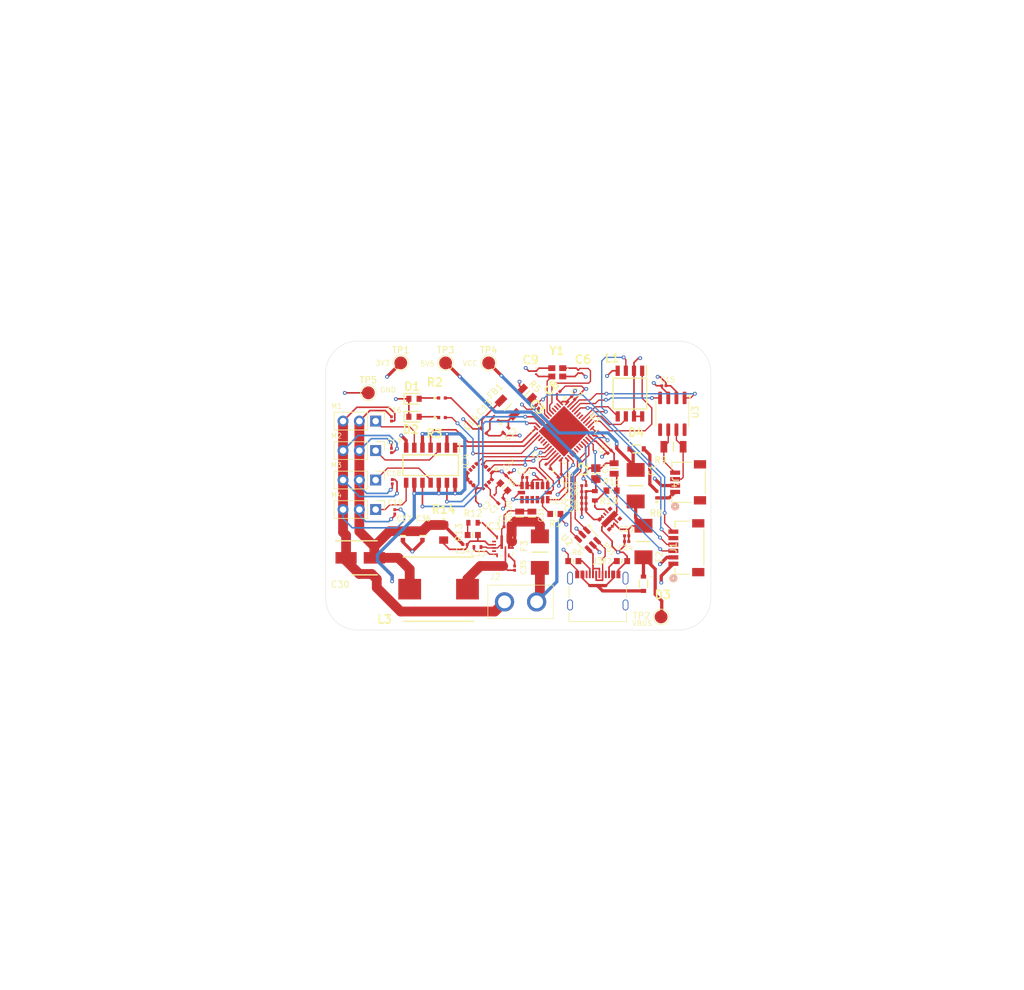
<source format=kicad_pcb>
(kicad_pcb (version 20241229) (generator "pcbnew") (generator_version "9.0")
  (title_block (title "ACS") (company "AESIR") (comment 9 "Author: Simon Holmqvist"))
  (layers (0 "F.Cu" signal "F.Cu (Signal)") (4 "In1.Cu" signal "In1.Cu (GND)") (6 "In2.Cu" signal "In2.Cu (3V3)") (2 "B.Cu" signal "B.Cu (Signal)") (13 "F.Paste" user) (15 "B.Paste" user) (5 "F.SilkS" user "F.Silkscreen") (7 "B.SilkS" user "B.Silkscreen") (1 "F.Mask" user) (3 "B.Mask" user) (25 "Edge.Cuts" user))
  (net 0 "")
  (net 1 "Earth")
  (net 2 "Net-(IC2-PLLFILT)")
  (net 3 "Net-(C2-Pad2)")
  (net 4 "/NRST")
  (net 5 "+3V3")
  (net 6 "Net-(U1-VCAP)")
  (net 7 "/OSC_IN")
  (net 8 "/OSC_OUT")
  (net 9 "+3V3A")
  (net 10 "Net-(D1-A)")
  (net 11 "Net-(D2-A)")
  (net 12 "Net-(D3-A)")
  (net 13 "Net-(D4-A)")
  (net 17 "/ACC_SDIO")
  (net 18 "Net-(IC1-SDO{slash}ALT_ADDRESS)")
  (net 20 "/ACC_CSBAR")
  (net 21 "/ACC_SCLK")
  (net 23 "/GYRO_SCLK")
  (net 25 "/GYRO_SDIO")
  (net 27 "/GYRO_CS")
  (net 28 "/SWCLK")
  (net 29 "/BOOT0")
  (net 30 "/SWDIO")
  (net 31 "/USB_ESD_P")
  (net 33 "Net-(J3-CC1)")
  (net 34 "/USB_ESD_N")
  (net 36 "Net-(J3-CC2)")
  (net 39 "/CAN_H")
  (net 40 "Net-(J4-Pad1)")
  (net 41 "/CAN_L")
  (net 42 "/MISO")
  (net 43 "/SCK")
  (net 44 "/MOSI")
  (net 45 "/SERVO_PWM_W")
  (net 46 "/SERVO_PWM_S")
  (net 47 "/SERVO_PWM_E")
  (net 48 "/LED_STATUS")
  (net 52 "/CAN_TX")
  (net 55 "/USB_D_P")
  (net 57 "/USB_D_N")
  (net 64 "/CAN_RX")
  (net 67 "/FLASH_CS")
  (net 69 "Net-(IC4-4Y)")
  (net 70 "Net-(IC4-3Y)")
  (net 71 "Net-(IC4-2Y)")
  (net 72 "/SERVO_PWM_N")
  (net 73 "Net-(IC4-1Y)")
  (net 74 "+5V5")
  (net 75 "Net-(IC3-VIN_1)")
  (net 76 "Net-(PS1-EN)")
  (net 77 "Net-(PS1-VOUT_1)")
  (net 78 "/SS")
  (net 79 "/FB")
  (net 80 "Net-(IC3-SW)")
  (net 81 "Net-(IC3-BOOT)")
  (net 82 "VBUS")
  (net 83 "VCC")
  (net 84 "Net-(J2-Pin_2)")
  (net 85 "/MODE")
  (net 89 "Net-(PS1-FB{slash}VSET)")
  (footprint "SamacSys_Parts:TPSM82901SISR" (layer "F.Cu") (at 150.436495 106.488225 135)
    (property "Reference" "PS1")
    (property "Value" "TPSM82901SISR" (hide yes))
  )
  (footprint "SamacSys_Parts:RESC3216X60N" (layer "F.Cu") (at 134.57534 89.10934 135)
    (property "Reference" "FB1")
    (property "Value" "120R" (hide yes))
  )
  (footprint "MountingHole:MountingHole_2.2mm_M2" (layer "F.Cu") (at 110 120)
    (property "Reference" "REF**" (hide yes))
    (property "Value" "MountingHole_2.2mm_M2" (hide yes))
  )
  (footprint "SamacSys_Parts:CAPC0603X55N" (layer "F.Cu") (at 153.084 109.982)
    (property "Reference" "C24")
    (property "Value" "4u7" (hide yes))
  )
  (footprint "SamacSys_Parts:SOIC127P600X175-14N" (layer "F.Cu") (at 122.555 98.102 -90)
    (property "Reference" "IC4")
    (property "Value" "74HCT126D,653" (hide yes))
  )
  (footprint "TestPoint:TestPoint_Pad_D2.0mm" (layer "F.Cu") (at 112.8522 86.832)
    (property "Reference" "TP5")
    (property "Value" "TestPoint")
  )
  (footprint "SamacSys_Parts:GRM033D70J224ME01D" (layer "F.Cu") (at 145.542 83.5236 90)
    (property "Reference" "C6")
    (property "Value" "20p" (hide yes))
  )
  (footprint "SamacSys_Parts:CAPC0603X35N" (layer "F.Cu") (at 116.459 95.809 -90)
    (property "Reference" "C17")
    (property "Value" "100n" (hide yes))
  )
  (footprint "SamacSys_Parts:LEDC1608X85N" (layer "F.Cu") (at 119.968 87.757)
    (property "Reference" "D1")
    (property "Value" "power" (hide yes))
  )
  (footprint "footprints:XT30" (layer "F.Cu") (at 136.565 119.38)
    (property "Reference" "J2")
    (property "Value" "XT30")
  )
  (footprint "SamacSys_Parts:TPS56A37RPAR" (layer "F.Cu") (at 133.845 110.732)
    (property "Reference" "IC3")
    (property "Value" "TPS56A37RPAR" (hide yes))
  )
  (footprint "SamacSys_Parts:CAPC1005X55N" (layer "F.Cu") (at 134.276234 92.641338 -135)
    (property "Reference" "C12")
    (property "Value" "10n" (hide yes))
  )
  (footprint "SamacSys_Parts:CAPC0603X55N" (layer "F.Cu") (at 146.4038 103.1494)
    (property "Reference" "C27")
    (property "Value" "4u7" (hide yes))
  )
  (footprint "SamacSys_Parts:LGA-16L_4X4X1.1MM_" (layer "F.Cu") (at 130.2004 99.7966 -135)
    (property "Reference" "IC2" (hide yes))
    (property "Value" "I3G4250DTR" (hide yes))
  )
  (footprint "Connector_PinHeader_2.54mm:PinHeader_1x03_P2.54mm_Vertical" (layer "F.Cu") (at 114 105 -90)
    (property "Reference" "M4")
    (property "Value" "Servo_N")
  )
  (footprint "MountingHole:MountingHole_2.2mm_M2" (layer "F.Cu") (at 162.5 120)
    (property "Reference" "REF**" (hide yes))
    (property "Value" "MountingHole_2.2mm_M2" (hide yes))
  )
  (footprint "SamacSys_Parts:CAPC0603X35N" (layer "F.Cu") (at 116.967 105.359 90)
    (property "Reference" "C19")
    (property "Value" "100n" (hide yes))
  )
  (footprint "MountingHole:MountingHole_2.2mm_M2" (layer "F.Cu") (at 110 82.5)
    (property "Reference" "REF**" (hide yes))
    (property "Value" "MountingHole_2.2mm_M2" (hide yes))
  )
  (footprint "SamacSys_Parts:ERA3AEB101V" (layer "F.Cu") (at 148.1328 102.8562 90)
    (property "Reference" "R10")
    (property "Value" "113k" (hide yes))
  )
  (footprint "SamacSys_Parts:GRM18x" (layer "F.Cu") (at 121.285 109.053 90)
    (property "Reference" "C36")
    (property "Value" "22u" (hide yes))
  )
  (footprint "SamacSys_Parts:CAPC0603X35N" (layer "F.Cu") (at 150.412095 96.014219 -135)
    (property "Reference" "C11")
    (property "Value" "100n" (hide yes))
  )
  (footprint "SamacSys_Parts:SOIC127P780X195-8N" (layer "F.Cu") (at 153.5938 86.9442 -90)
    (property "Reference" "L1")
    (property "Value" "W25Q128JVSIQ_TR" (hide yes))
  )
  (footprint "SamacSys_Parts:CAPC0603X35N" (layer "F.Cu") (at 116.459 90.881 -90)
    (property "Reference" "C16")
    (property "Value" "100n" (hide yes))
  )
  (footprint "Package_TO_SOT_SMD:SOT-23-6" (layer "F.Cu") (at 147.013344 109.711588 -45)
    (property "Reference" "U2")
    (property "Value" "USBLC6-2SC6")
  )
  (footprint "TestPoint:TestPoint_Pad_D2.0mm" (layer "F.Cu") (at 131.5974 82.169)
    (property "Reference" "TP4")
    (property "Value" "TestPoint")
  )
  (footprint "footprints:CONN_SM04B-SRSS-TB_JST" (layer "F.Cu") (at 162.7281 100.7632 -90)
    (property "Reference" "J4")
    (property "Value" "SM04B-SRSS-TB")
  )
  (footprint "SamacSys_Parts:CAPC1005X55N" (layer "F.Cu") (at 133.494491 103.639909 45)
    (property "Reference" "C1")
    (property "Value" "10n" (hide yes))
  )
  (footprint "Connector_PinHeader_2.54mm:PinHeader_1x03_P2.54mm_Vertical" (layer "F.Cu") (at 114 91.23 -90)
    (property "Reference" "M1")
    (property "Value" "Servo_W")
  )
  (footprint "SamacSys_Parts:INDPM110100X400N" (layer "F.Cu") (at 123.7996 117.3988 180)
    (property "Reference" "L3")
    (property "Value" "3.9u" (hide yes))
  )
  (footprint "SamacSys_Parts:CAPC0603X35N" (layer "F.Cu") (at 139.171345 89.006345 -45)
    (property "Reference" "C3")
    (property "Value" "100n" (hide yes))
  )
  (footprint "SamacSys_Parts:INDC2012X105N" (layer "F.Cu") (at 148.2852 99.402 90)
    (property "Reference" "L2")
    (property "Value" "1u" (hide yes))
  )
  (footprint "footprints:USB_C_Receptacle_Palconn_UTC16-G fixed" (layer "F.Cu") (at 148.59 117.616)
    (property "Reference" "J3")
    (property "Value" "USB_C_Receptacle_USB2.0_14P")
  )
  (footprint "SamacSys_Parts:CAPC0603X55N" (layer "F.Cu") (at 146.4292 104.0384)
    (property "Reference" "C28")
    (property "Value" "4u7" (hide yes))
  )
  (footprint "TestPoint:TestPoint_Pad_D2.0mm" (layer "F.Cu") (at 124.8918 82.169)
    (property "Reference" "TP3")
    (property "Value" "TestPoint")
  )
  (footprint "SamacSys_Parts:ERA2V__0402_" (layer "F.Cu") (at 124.3285 90.678)
    (property "Reference" "R3")
    (property "Value" "56" (hide yes))
  )
  (footprint "Connector_PinHeader_2.54mm:PinHeader_1x03_P2.54mm_Vertical" (layer "F.Cu") (at 114 100.41 -90)
    (property "Reference" "M3")
    (property "Value" "Servo_E")
  )
  (footprint "SamacSys_Parts:RESC1608X55N" (layer "F.Cu") (at 150.7364 102.0572)
    (property "Reference" "R11")
    (property "Value" "24k9" (hide yes))
  )
  (footprint "TestPoint:TestPoint_Pad_D2.0mm" (layer "F.Cu") (at 117.9068 82.169)
    (property "Reference" "TP1")
    (property "Value" "TestPoint")
  )
  (footprint "SamacSys_Parts:CAPC1005X55N" (layer "F.Cu") (at 129.8448 110.8456 180)
    (property "Reference" "C33")
    (property "Value" "22n" (hide yes))
  )
  (footprint "SamacSys_Parts:CC-14-1" (layer "F.Cu") (at 138.7856 102.362 -90)
    (property "Reference" "IC1")
    (property "Value" "ADXL375BCCZ" (hide yes))
  )
  (footprint "SamacSys_Parts:FUSC6125X279N" (layer "F.Cu") (at 154.4828 101.2864 -90)
    (property "Reference" "F1")
    (property "Value" "1.5A" (hide yes))
  )
  (footprint "SamacSys_Parts:CAPC0603X35N" (layer "F.Cu") (at 158.8772 85.725)
    (property "Reference" "C15")
    (property "Value" "100n" (hide yes))
  )
  (footprint "SamacSys_Parts:CAPC0603X55N" (layer "F.Cu") (at 153.084 109.081)
    (property "Reference" "C23")
    (property "Value" "4u7" (hide yes))
  )
  (footprint "SamacSys_Parts:CAPC0603X35N" (layer "F.Cu") (at 144.7546 87.63 -45)
    (property "Reference" "C7")
    (property "Value" "100n" (hide yes))
  )
  (footprint "SamacSys_Parts:CAPAE530X550N" (layer "F.Cu") (at 111.592 112.522)
    (property "Reference" "C30")
    (property "Value" "10u" (hide yes))
  )
  (footprint "SamacSys_Parts:CAPC0603X35N" (layer "F.Cu") (at 116.586 100.66 90)
    (property "Reference" "C18")
    (property "Value" "100n" (hide yes))
  )
  (footprint "SamacSys_Parts:FUSC6125X279N" (layer "F.Cu") (at 155.702 109.982 90)
    (property "Reference" "F2")
    (property "Value" "1.5A" (hide yes))
  )
  (footprint "SamacSys_Parts:CAPC0603X55N" (layer "F.Cu") (at 146.431 101.2698)
    (property "Reference" "C25")
    (property "Value" "4u7" (hide yes))
  )
  (footprint "SamacSys_Parts:CAPC2012X135N" (layer "F.Cu") (at 136.4234 106.1356 -90)
    (property "Reference" "C20")
    (property "Value" "10u" (hide yes))
  )
  (footprint "SamacSys_Parts:ERA3AEB101V" (layer "F.Cu") (at 129.159 107.061 180)
    (property "Reference" "R12")
    (property "Value" "52.3k" (hide yes))
  )
  (footprint "SamacSys_Parts:RESC3216X60N" (layer "F.Cu") (at 160.3756 95.2246)
    (property "Reference" "R9")
    (property "Value" "120" (hide yes))
  )
  (footprint "SamacSys_Parts:FUSC6125X279N" (layer "F.Cu") (at 139.573 111.633 90)
    (property "Reference" "F3")
    (property "Value" "8A" (hide yes))
  )
  (footprint "SamacSys_Parts:CAPC2012X135N" (layer "F.Cu") (at 151.13 98.61 -90)
    (property "Reference" "C4")
    (property "Value" "10u" (hide yes))
  )
  (footprint "SamacSys_Parts:GRM033D70J224ME01D" (layer "F.Cu") (at 132.318816 102.910584 45)
    (property "Reference" "C2")
    (property "Value" "470n" (hide yes))
  )
  (footprint "Connector_PinHeader_2.54mm:PinHeader_1x03_P2.54mm_Vertical" (layer "F.Cu") (at 114 95.82 -90)
    (property "Reference" "M2")
    (property "Value" "Servo_S")
  )
  (footprint "SamacSys_Parts:NSR0530HT3G" (layer "F.Cu") (at 155.702 116.558 -90)
    (property "Reference" "D3")
    (property "Value" "D_Small" (hide yes))
  )
  (footprint "SamacSys_Parts:RESC1608X55N" (layer "F.Cu") (at 133.978315 101.466315 -45)
    (property "Reference" "R4")
    (property "Value" "10k" (hide yes))
  )
  (footprint "SamacSys_Parts:RESC2012X50N" (layer "F.Cu") (at 137.595893 86.922893 135)
    (property "Reference" "R5")
    (property "Value" "40k" (hide yes))
  )
  (footprint "SamacSys_Parts:CAPC2012X135N" (layer "F.Cu") (at 138.3284 106.1466 -90)
    (property "Reference" "C31")
    (property "Value" "10u" (hide yes))
  )
  (footprint "SamacSys_Parts:ERA2V__0402_" (layer "F.Cu") (at 124.3285 87.63)
    (property "Reference" "R2")
    (property "Value" "56" (hide yes))
  )
  (footprint "SamacSys_Parts:CAPC0603X33N" (layer "F.Cu") (at 127.9144 110.4392 180)
    (property "Reference" "C34")
    (property "Value" "100p" (hide yes))
  )
  (footprint "SamacSys_Parts:GRM18x" (layer "F.Cu") (at 118.237 109.053 90)
    (property "Reference" "C37")
    (property "Value" "22u" (hide yes))
  )
  (footprint "SamacSys_Parts:CAPC0603X35N" (layer "F.Cu") (at 142.463855 86.847345 45)
    (property "Reference" "C8")
    (property "Value" "100n" (hide yes))
  )
  (footprint "SamacSys_Parts:CAPC0603X35N" (layer "F.Cu") (at 134.315 107.696)
    (property "Reference" "C32")
    (property "Value" "100n" (hide yes))
  )
  (footprint "Package_DFN_QFN:QFN-48-1EP_7x7mm_P0.5mm_EP5.6x5.6mm" (layer "F.Cu") (at 143.330899 92.810949 -45)
    (property "Reference" "U1")
    (property "Value" "STM32U575CGUx")
  )
  (footprint "Package_SO:SOIC-8_3.9x4.9mm_P1.27mm" (layer "F.Cu") (at 160.1978 90.0938 -90)
    (property "Reference" "U3")
    (property "Value" "SN65HVD232")
  )
  (footprint "SamacSys_Parts:LEDC1608X85N" (layer "F.Cu") (at 119.968 90.551)
    (property "Reference" "D2")
    (property "Value" "status" (hide yes))
  )
  (footprint "SamacSys_Parts:NSR0530HT3G" (layer "F.Cu") (at 154.6352 95.5548)
    (property "Reference" "D4")
    (property "Value" "D_Schottky" (hide yes))
  )
  (footprint "MountingHole:MountingHole_2.2mm_M2" (layer "F.Cu") (at 162.5 82.5)
    (property "Reference" "REF**" (hide yes))
    (property "Value" "MountingHole_2.2mm_M2" (hide yes))
  )
  (footprint "SamacSys_Parts:CAPC0603X55N" (layer "F.Cu") (at 146.4292 104.9528)
    (property "Reference" "C29")
    (property "Value" "4u7" (hide yes))
  )
  (footprint "SamacSys_Parts:GRT155R71H472KE01D" (layer "F.Cu") (at 132.728377 90.854479 135)
    (property "Reference" "C13")
    (property "Value" "1u" (hide yes))
  )
  (footprint "SamacSys_Parts:CAPC0603X35N" (layer "F.Cu") (at 135.636 114.122 -90)
    (property "Reference" "C35")
    (property "Value" "100n" (hide yes))
  )
  (footprint "SamacSys_Parts:GRT155R71H472KE01D" (layer "F.Cu") (at 140.863469 98.267669 135)
    (property "Reference" "C5")
    (property "Value" "1u" (hide yes))
  )
  (footprint "SamacSys_Parts:RESC1608X55N" (layer "F.Cu") (at 129.121 108.966 180)
    (property "Reference" "R13")
    (property "Value" "10k" (hide yes))
  )
  (footprint "SamacSys_Parts:RESC1608X55N" (layer "F.Cu") (at 144.78 113.03 180)
    (property "Reference" "R6")
    (property "Value" "5k1" (hide yes))
  )
  (footprint "footprints:CONN_SM06B-SRSS-TB_JST" (layer "F.Cu") (at 162.8648 110.9472 90)
    (property "Reference" "J1")
    (property "Value" "SM06B-SRSS-TBLFSN")
  )
  (footprint "SamacSys_Parts:CAPC0603X35N" (layer "F.Cu") (at 137.211 99.9998)
    (property "Reference" "C21")
    (property "Value" "100n" (hide yes))
  )
  (footprint "SamacSys_Parts:RESC1608X55N" (layer "F.Cu") (at 152.362 113.03 180)
    (property "Reference" "R7")
    (property "Value" "5k1" (hide yes))
  )
  (footprint "SamacSys_Parts:CAPC0603X35N" (layer "F.Cu") (at 142.667055 99.725145 -135)
    (property "Reference" "C10")
    (property "Value" "100n" (hide yes))
  )
  (footprint "SamacSys_Parts:GRM033D70J224ME01D" (layer "F.Cu") (at 138.9888 83.676 -90)
    (property "Reference" "C9")
    (property "Value" "20p" (hide yes))
  )
  (footprint "SamacSys_Parts:ERJP06D1000V" (layer "F.Cu") (at 124.587 108.585 -90)
    (property "Reference" "R14")
    (property "Value" "82k5" (hide yes))
  )
  (footprint "SamacSys_Parts:CAPC0603X35N" (layer "F.Cu") (at 134.544 99.492 45)
    (property "Reference" "C22")
    (property "Value" "100n" (hide yes))
  )
  (footprint "SamacSys_Parts:SG210STF160000ML5" (layer "F.Cu") (at 142.279 83.6318 180)
    (property "Reference" "Y1")
    (property "Value" "16MHz" (hide yes))
  )
  (footprint "SamacSys_Parts:CAPC0603X55N" (layer "F.Cu") (at 146.4292 102.2096)
    (property "Reference" "C26")
    (property "Value" "4u7" (hide yes))
  )
  (footprint "SamacSys_Parts:GRT155R71H472KE01D" (layer "F.Cu") (at 130.876464 92.774274 -45)
    (property "Reference" "C14")
    (property "Value" "1u" (hide yes))
  )
  (footprint "SamacSys_Parts:ERA2V__0402_" (layer "F.Cu") (at 157.7848 102.6713 90)
    (property "Reference" "R8")
    (property "Value" "56" (hide yes))
  )
  (footprint "SamacSys_Parts:RESC1608X55N" (layer "F.Cu") (at 141.9732 105.6894)
    (property "Reference" "R1")
    (property "Value" "10k" (hide yes))
  )
  (footprint "TestPoint:TestPoint_Pad_D2.0mm" (layer "F.Cu") (at 158.4452 121.7168)
    (property "Reference" "TP2")
    (property "Value" "TestPoint")
  )
  (gr_arc (start 161.2075 78.7698) (mid 164.743034 80.234266) (end 166.2075 83.7698) (stroke (width 0.05)) (layer "Edge.Cuts"))
  (gr_arc (start 111.2075 123.7698) (mid 107.671966 122.305334) (end 106.2075 118.7698) (stroke (width 0.05)) (layer "Edge.Cuts"))
  (gr_arc (start 166.2075 118.7698) (mid 164.743034 122.305334) (end 161.2075 123.7698) (stroke (width 0.05)) (layer "Edge.Cuts"))
  (gr_arc (start 106.2075 83.7698) (mid 107.671966 80.234266) (end 111.2075 78.7698) (stroke (width 0.05)) (layer "Edge.Cuts"))
  (gr_line (start 106.2075 118.7698) (end 106.2075 83.7698) (stroke (width 0.05)) (layer "Edge.Cuts"))
  (gr_line (start 166.2075 83.7698) (end 166.2075 118.7698) (stroke (width 0.05)) (layer "Edge.Cuts"))
  (gr_line (start 111.2075 78.7698) (end 161.2075 78.7698) (stroke (width 0.05)) (layer "Edge.Cuts"))
  (gr_line (start 161.2075 123.7698) (end 111.2075 123.7698) (stroke (width 0.05)) (layer "Edge.Cuts"))
  (gr_text "3V3" (at 113.8936 82.6516 0) (layer "F.SilkS") (effects (font (size 0.8 0.8) (thickness 0.1)) (justify left bottom)))
  (gr_text "GND" (at 114.6556 86.8426 0) (layer "F.SilkS") (effects (font (size 0.8 0.8) (thickness 0.1)) (justify left bottom)))
  (gr_text "5V5" (at 120.8786 82.7786 0) (layer "F.SilkS") (effects (font (size 0.8 0.8) (thickness 0.1)) (justify left bottom)))
  (gr_text "VBUS" (at 153.8986 123.19 0) (layer "F.SilkS") (effects (font (size 0.8 0.8) (thickness 0.1)) (justify left bottom)))
  (gr_text "VCC" (at 127.508 82.7024 0) (layer "F.SilkS") (effects (font (size 0.8 0.8) (thickness 0.1)) (justify left bottom)))
  (segment (start 111.0722 89.0778) (end 108.92 91.23) (width 0.254) (layer "F.Cu") (net 1))
  (segment (start 143.129 84.2818) (end 145.0208 84.2818) (width 0.254) (layer "F.Cu") (net 1))
  (segment (start 151.79 115.106) (end 151.79 114.402) (width 0.254) (layer "F.Cu") (net 1))
  (segment (start 157.4546 100.203) (end 158.514799 101.263199) (width 0.508) (layer "F.Cu") (net 1))
  (segment (start 133.407906 93.509665) (end 132.509881 93.509665) (width 0.254) (layer "F.Cu") (net 1))
  (segment (start 139.3952 100.364) (end 139.9116 100.364) (width 0.254) (layer "F.Cu") (net 1))
  (segment (start 132.509881 93.509665) (end 131.611855 93.509665) (width 0.254) (layer "F.Cu") (net 1))
  (segment (start 151.7396 111.6584) (end 152.5524 111.6584) (width 0.254) (layer "F.Cu") (net 1))
  (segment (start 133.985 107.696) (end 133.985 105.918) (width 0.2032) (layer "F.Cu") (net 1))
  (segment (start 146.0972 101.2716) (end 146.099 101.2698) (width 0.254) (layer "F.Cu") (net 1))
  (segment (start 141.188738 98.135091) (end 142.49121 96.832619) (width 0.254) (layer "F.Cu") (net 1))
  (segment (start 137.8458 83.439) (end 137.3632 82.9564) (width 0.254) (layer "F.Cu") (net 1))
  (segment (start 148.275218 94.344032) (end 150.17875 96.247564) (width 0.254) (layer "F.Cu") (net 1))
  (segment (start 109.392 112.522) (end 109.392 109.011) (width 1.524) (layer "F.Cu") (net 1))
  (segment (start 144.170588 88.789279) (end 144.987945 87.971922) (width 0.254) (layer "F.Cu") (net 1))
  (segment (start 133.625 110.082) (end 133.625 110.3222) (width 0.2032) (layer "F.Cu") (net 1))
  (segment (start 131.79146 91.140858) (end 132.403108 90.52921) (width 0.254) (layer "F.Cu") (net 1))
  (segment (start 143.98 113.03) (end 145.39 114.44) (width 0.2032) (layer "F.Cu") (net 1))
  (segment (start 117.3226 100.675) (end 117.3226 102.489) (width 0.254) (layer "F.Cu") (net 1))
  (segment (start 129.586148 101.662711) (end 130.611452 101.662711) (width 0.254) (layer "F.Cu") (net 1))
  (segment (start 138.9888 83.439) (end 139.446 82.9818) (width 0.254) (layer "F.Cu") (net 1))
  (segment (start 133.8834 103.378) (end 133.8834 103.251) (width 0.2032) (layer "F.Cu") (net 1))
  (segment (start 118.237 109.728) (end 118.237 110.0582) (width 0.508) (layer "F.Cu") (net 1))
  (segment (start 114.173 117.1702) (end 117.8828 120.88) (width 1.524) (layer "F.Cu") (net 1))
  (segment (start 138.3856 100.561) (end 138.5826 100.364) (width 0.254) (layer "F.Cu") (net 1))
  (segment (start 112.8522 86.832) (end 109.2052 86.832) (width 0.254) (layer "F.Cu") (net 1))
  (segment (start 133.8834 103.251) (end 133.8834 102.6926) (width 0.2032) (layer "F.Cu") (net 1))
  (segment (start 135.179 99.238) (end 134.83931 99.238) (width 0.254) (layer "F.Cu") (net 1))
  (segment (start 139.3952 100.2284) (end 138.6332 99.4664) (width 0.254) (layer "F.Cu") (net 1))
  (segment (start 131.79146 92.509816) (end 131.79146 91.140858) (width 0.254) (layer "F.Cu") (net 1))
  (segment (start 152.752 110.646) (end 152.752 109.081) (width 0.254) (layer "F.Cu") (net 1))
  (segment (start 135.56 98.857) (end 135.179 99.238) (width 0.254) (layer "F.Cu") (net 1))
  (segment (start 121.285 109.9566) (end 119.7102 111.5314) (width 0.508) (layer "F.Cu") (net 1))
  (segment (start 145.542 83.7606) (end 146.143 83.7606) (width 0.254) (layer "F.Cu") (net 1))
  (segment (start 149.776836 96.247564) (end 149.2504 96.774) (width 0.254) (layer "F.Cu") (net 1))
  (segment (start 151.7396 111.6584) (end 150.8252 110.744) (width 0.254) (layer "F.Cu") (net 1))
  (segment (start 116.586 100.33) (end 116.9776 100.33) (width 0.254) (layer "F.Cu") (net 1))
  (segment (start 145.39 114.44) (end 145.39 115.106) (width 0.2032) (layer "F.Cu") (net 1))
  (segment (start 116.9748 90.0152) (end 116.0374 89.0778) (width 0.254) (layer "F.Cu") (net 1))
  (segment (start 139.9116 100.364) (end 139.9856 100.438) (width 0.254) (layer "F.Cu") (net 1))
  (segment (start 145.0208 84.2818) (end 145.542 83.7606) (width 0.254) (layer "F.Cu") (net 1))
  (segment (start 146.0754 85.7758) (end 143.5354 85.7758) (width 0.2032) (layer "F.Cu") (net 1))
  (segment (start 145.264316 107.962559) (end 146.20901 108.907254) (width 0.254) (layer "F.Cu") (net 1))
  (segment (start 114.173 117.1702) (end 114.173 115.824) (width 1.524) (layer "F.Cu") (net 1))
  (segment (start 150.8252 109.9312) (end 149.225 108.331) (width 0.254) (layer "F.Cu") (net 1))
  (segment (start 131.3604 110.982) (end 131.224 110.8456) (width 0.2032) (layer "F.Cu") (net 1))
  (segment (start 146.0972 104.6988) (end 146.0972 101.2716) (width 0.254) (layer "F.Cu") (net 1))
  (segment (start 150.17875 96.247564) (end 149.776836 96.247564) (width 0.254) (layer "F.Cu") (net 1))
  (segment (start 146.0972 106.1684) (end 146.0972 104.6988) (width 0.254) (layer "F.Cu") (net 1))
  (segment (start 143.5354 85.7758) (end 142.6972 86.614) (width 0.2032) (layer "F.Cu") (net 1))
  (segment (start 139.256197 89.388183) (end 137.521183 89.388183) (width 0.2032) (layer "F.Cu") (net 1))
  (segment (start 142.5702 101.2444) (end 142.5702 100.09498) (width 0.254) (layer "F.Cu") (net 1))
  (segment (start 146.6088 86.2076) (end 145.34609 87.47031) (width 0.254) (layer "F.Cu") (net 1))
  (segment (start 142.43371 99.83791) (end 141.188738 98.592938) (width 0.254) (layer "F.Cu") (net 1))
  (segment (start 142.43371 99.95849) (end 142.43371 99.83791) (width 0.254) (layer "F.Cu") (net 1))
  (segment (start 149.225 107.69972) (end 150.436495 106.488225) (width 0.254) (layer "F.Cu") (net 1))
  (segment (start 118.237 110.0582) (end 119.7102 111.5314) (width 0.508) (layer "F.Cu") (net 1))
  (segment (start 137.744 101.1061) (end 137.5856 101.2645) (width 0.254) (layer "F.Cu") (net 1))
  (segment (start 133.887325 93.030247) (end 133.407906 93.509665) (width 0.254) (layer "F.Cu") (net 1))
  (segment (start 138.3856 101.2645) (end 138.3856 100.561) (width 0.254) (layer "F.Cu") (net 1))
  (segment (start 118.745 94.234) (end 117.983 93.472) (width 0.508) (layer "F.Cu") (net 1))
  (segment (start 116.713 96.139) (end 117.3226 95.5294) (width 0.254) (layer "F.Cu") (net 1))
  (segment (start 109.392 112.9734) (end 109.392 112.522) (width 1.524) (layer "F.Cu") (net 1))
  (segment (start 133.8834 102.6926) (end 134.544 102.032) (width 0.2032) (layer "F.Cu") (net 1))
  (segment (start 134.6962 105.2068) (end 138.0092 105.2068) (width 0.2032) (layer "F.Cu") (net 1))
  (segment (start 151.6888 83.3942) (end 150.8446 83.3942) (width 0.254) (layer "F.Cu") (net 1))
  (segment (start 145.34609 87.5052) (end 144.987945 87.863345) (width 0.254) (layer "F.Cu") (net 1))
  (segment (start 159.2072 85.261) (end 158.2742 84.328) (width 0.254) (layer "F.Cu") (net 1))
  (segment (start 142.7732 106.4258) (end 142.7732 105.6894) (width 0.2032) (layer "F.Cu") (net 1))
  (segment (start 134.83931 99.238) (end 134.818655 99.258655) (width 0.254) (layer "F.Cu") (net 1))
  (segment (start 119.168 87.757) (end 119.168 90.551) (width 0.254) (layer "F.Cu") (net 1))
  (segment (start 151.5364 105.38832) (end 150.436495 106.488225) (width 0.254) (layer "F.Cu") (net 1))
  (segment (start 139.40469 89.23969) (end 139.40469 89.945401) (width 0.2032) (layer "F.Cu") (net 1))
  (segment (start 132.565 120.88) (end 134.065 119.38) (width 1.524) (layer "F.Cu") (net 1))
  (segment (start 134.818655 99.258655) (end 134.777345 99.258655) (width 0.254) (layer "F.Cu") (net 1))
  (segment (start 134.2134 104.47) (end 134.2134 103.708) (width 0.2032) (layer "F.Cu") (net 1))
  (segment (start 146.143 83.7606) (end 146.7104 84.328) (width 0.254) (layer "F.Cu") (net 1))
  (segment (start 142.5702 100.09498) (end 142.43371 99.95849) (width 0.254) (layer "F.Cu") (net 1))
  (segment (start 149.225 108.331) (end 149.225 107.69972) (width 0.254) (layer "F.Cu") (net 1))
  (segment (start 131.611855 93.509665) (end 131.201733 93.099543) (width 0.254) (layer "F.Cu") (net 1))
  (segment (start 132.9652 110.982) (end 132.435 110.982) (width 0.2032) (layer "F.Cu") (net 1))
  (segment (start 113.3856 115.0366) (end 111.4552 115.0366) (width 1.524) (layer "F.Cu") (net 1))
  (segment (start 116.0374 89.0778) (end 111.0722 89.0778) (width 0.254) (layer "F.Cu") (net 1))
  (segment (start 109.392 109.011) (end 108.92 108.539) (width 1.524) (layer "F.Cu") (net 1))
  (segment (start 111.4552 115.0366) (end 109.392 112.9734) (width 1.524) (layer "F.Cu") (net 1))
  (segment (start 151.143602 106.488225) (end 151.550188 106.894811) (width 0.254) (layer "F.Cu") (net 1))
  (segment (start 128.321 107.174) (end 128.434 107.061) (width 0.2032) (layer "F.Cu") (net 1))
  (segment (start 109.2052 86.832) (end 109.1946 86.8426) (width 0.254) (layer "F.Cu") (net 1))
  (segment (start 133.625 108.056) (end 133.985 107.696) (width 0.2032) (layer "F.Cu") (net 1))
  (segment (start 139.446 82.9818) (end 141.429 82.9818) (width 0.254) (layer "F.Cu") (net 1))
  (segment (start 116.9748 91.0868) (end 116.9748 90.0152) (width 0.254) (layer "F.Cu") (net 1))
  (segment (start 128.321 108.966) (end 128.321 107.174) (width 0.2032) (layer "F.Cu") (net 1))
  (segment (start 151.79 114.402) (end 153.162 113.03) (width 0.254) (layer "F.Cu") (net 1))
  (segment (start 139.9856 100.438) (end 139.9856 101.2645) (width 0.254) (layer "F.Cu") (net 1))
  (segment (start 116.9776 100.33) (end 117.3226 100.675) (width 0.254) (layer "F.Cu") (net 1))
  (segment (start 133.625 110.082) (end 133.625 108.056) (width 0.2032) (layer "F.Cu") (net 1))
  (segment (start 139.3952 100.364) (end 139.3952 100.2284) (width 0.254) (layer "F.Cu") (net 1))
  (segment (start 151.5364 102.0572) (end 151.5364 105.38832) (width 0.254) (layer "F.Cu") (net 1))
  (segment (start 134.329078 93.472) (end 133.887325 93.030247) (width 0.254) (layer "F.Cu") (net 1))
  (segment (start 116.967 105.029) (end 117.856 105.029) (width 0.254) (layer "F.Cu") (net 1))
  (segment (start 151.7396 111.6584) (end 152.752 110.646) (width 0.254) (layer "F.Cu") (net 1))
  (segment (start 121.285 109.728) (end 121.285 109.9566) (width 0.508) (layer "F.Cu") (net 1))
  (segment (start 137.5856 100.0444) (end 137.541 99.9998) (width 0.254) (layer "F.Cu") (net 1))
  (segment (start 150.8252 110.744) (end 150.8252 109.9312) (width 0.254) (layer "F.Cu") (net 1))
  (segment (start 133.625 110.3222) (end 132.9652 110.982) (width 0.2032) (layer "F.Cu") (net 1))
  (segment (start 146.5072 86.2076) (end 146.0754 85.7758) (width 0.2032) (layer "F.Cu") (net 1))
  (segment (start 108.92 108.539) (end 108.92 91.23) (width 1.524) (layer "F.Cu") (net 1))
  (segment (start 128.27 99.321259) (end 128.27 100.346563) (width 0.254) (layer "F.Cu") (net 1))
  (segment (start 139.40469 89.23969) (end 139.256197 89.388183) (width 0.2032) (layer "F.Cu") (net 1))
  (segment (start 116.459 96.139) (end 116.713 96.139) (width 0.254) (layer "F.Cu") (net 1))
  (segment (start 119.168 87.757) (end 117.1956 87.757) (width 0.254) (layer "F.Cu") (net 1))
  (segment (start 160.8328 86.643801) (end 159.913999 85.725) (width 0.254) (layer "F.Cu") (net 1))
  (segment (start 160.8328 87.6188) (end 160.8328 86.643801) (width 0.254) (layer "F.Cu") (net 1))
  (segment (start 136.4234 93.472) (end 134.329078 93.472) (width 0.254) (layer "F.Cu") (net 1))
  (segment (start 131.201733 93.099543) (end 131.79146 92.509816) (width 0.254) (layer "F.Cu") (net 1))
  (segment (start 148.274652 94.344032) (end 148.275218 94.344032) (width 0.254) (layer "F.Cu") (net 1))
  (segment (start 134.2134 103.708) (end 133.8834 103.378) (width 0.2032) (layer "F.Cu") (net 1))
  (segment (start 132.435 110.982) (end 131.3604 110.982) (width 0.2032) (layer "F.Cu") (net 1))
  (segment (start 117.856 105.029) (end 117.8814 105.0036) (width 0.254) (layer "F.Cu") (net 1))
  (segment (start 142.5194 101.2952) (end 142.5702 101.2444) (width 0.254) (layer "F.Cu") (net 1))
  (segment (start 133.985 105.918) (end 134.6962 105.2068) (width 0.2032) (layer "F.Cu") (net 1))
  (segment (start 139.40469 89.945401) (end 140.369889 90.9106) (width 0.2032) (layer "F.Cu") (net 1))
  (segment (start 148.045963 94.344032) (end 148.274652 94.344032) (width 0.254) (layer "F.Cu") (net 1))
  (segment (start 143.98 113.03) (end 143.98 111.976) (width 0.2032) (layer "F.Cu") (net 1))
  (segment (start 151.13 99.43) (end 151.5364 99.8364) (width 0.254) (layer "F.Cu") (net 1))
  (segment (start 114.173 115.824) (end 113.3856 115.0366) (width 1.524) (layer "F.Cu") (net 1))
  (segment (start 117.8828 120.88) (end 132.565 120.88) (width 1.524) (layer "F.Cu") (net 1))
  (segment (start 152.5524 111.6584) (end 153.162 112.268) (width 0.254) (layer "F.Cu") (net 1))
  (segment (start 159.913999 85.725) (end 159.2072 85.725) (width 0.254) (layer "F.Cu") (net 1))
  (segment (start 128.207289 99.258548) (end 128.27 99.321259) (width 0.254) (layer "F.Cu") (net 1))
  (segment (start 153.162 112.268) (end 153.162 113.03) (width 0.254) (layer "F.Cu") (net 1))
  (segment (start 159.3328 112.4472) (end 158.2674 113.5126) (width 0.508) (layer "F.Cu") (net 1))
  (segment (start 119.7102 111.5314) (end 119.8372 111.4044) (width 0.2032) (layer "F.Cu") (net 1))
  (segment (start 143.6878 107.3404) (end 142.7732 106.4258) (width 0.2032) (layer "F.Cu") (net 1))
  (segment (start 158.514799 101.263199) (end 160.6296 101.263199) (width 0.508) (layer "F.Cu") (net 1))
  (segment (start 128.27 100.346563) (end 129.586148 101.662711) (width 0.254) (layer "F.Cu") (net 1))
  (segment (start 158.2742 84.328) (end 157.9118 84.328) (width 0.254) (layer "F.Cu") (net 1))
  (segment (start 131.224 110.8456) (end 130.3948 110.8456) (width 0.2032) (layer "F.Cu") (net 1))
  (segment (start 137.5856 101.2645) (end 138.3856 101.2645) (width 0.254) (layer "F.Cu") (net 1))
  (segment (start 159.2072 85.725) (end 159.2072 85.261) (width 0.254) (layer "F.Cu") (net 1))
  (segment (start 145.39 115.106) (end 145.39 114.732) (width 0.254) (layer "F.Cu") (net 1))
  (segment (start 147.352569 93.650638) (end 148.045963 94.344032) (width 0.254) (layer "F.Cu") (net 1))
  (segment (start 117.1956 87.757) (end 117.1448 87.8078) (width 0.254) (layer "F.Cu") (net 1))
  (segment (start 116.459 91.211) (end 116.8506 91.211) (width 0.254) (layer "F.Cu") (net 1))
  (segment (start 146.7866 86.2076) (end 146.5072 86.2076) (width 0.2032) (layer "F.Cu") (net 1))
  (segment (start 160.358099 112.4472) (end 159.3328 112.4472) (width 0.508) (layer "F.Cu") (net 1))
  (segment (start 145.34609 87.47031) (end 145.34609 87.5052) (width 0.254) (layer "F.Cu") (net 1))
  (segment (start 157.4546 100.1776) (end 157.4546 100.203) (width 0.508) (layer "F.Cu") (net 1))
  (segment (start 129.586148 103.678148) (end 130.2512 104.3432) (width 0.254) (layer "F.Cu") (net 1))
  (segment (start 133.8324 104.851) (end 134.2134 104.47) (width 0.2032) (layer "F.Cu") (net 1))
  (segment (start 143.98 111.976) (end 143.256 111.252) (width 0.2032) (layer "F.Cu") (net 1))
  (segment (start 150.8446 83.3942) (end 150.0378 84.201) (width 0.254) (layer "F.Cu") (net 1))
  (segment (start 146.7866 86.2076) (end 146.6088 86.2076) (width 0.254) (layer "F.Cu") (net 1))
  (segment (start 138.9888 83.439) (end 137.8458 83.439) (width 0.254) (layer "F.Cu") (net 1))
  (segment (start 137.521183 89.388183) (end 136.779 88.646) (width 0.2032) (layer "F.Cu") (net 1))
  (segment (start 137.5856 101.2645) (end 137.5856 100.0444) (width 0.254) (layer "F.Cu") (net 1))
  (segment (start 129.586148 101.662711) (end 129.586148 103.678148) (width 0.254) (layer "F.Cu") (net 1))
  (segment (start 150.436495 106.488225) (end 151.143602 106.488225) (width 0.254) (layer "F.Cu") (net 1))
  (segment (start 138.5826 100.364) (end 139.3952 100.364) (width 0.254) (layer "F.Cu") (net 1))
  (segment (start 144.987945 87.971922) (end 144.987945 87.863345) (width 0.254) (layer "F.Cu") (net 1))
  (segment (start 151.5364 99.8364) (end 151.5364 102.0572) (width 0.254) (layer "F.Cu") (net 1))
  (segment (start 116.8506 91.211) (end 116.9748 91.0868) (width 0.254) (layer "F.Cu") (net 1))
  (segment (start 146.1008 106.172) (end 146.0972 106.1684) (width 0.254) (layer "F.Cu") (net 1))
  (segment (start 118.745 95.377) (end 118.745 94.234) (width 0.508) (layer "F.Cu") (net 1))
  (segment (start 141.188738 98.592938) (end 141.188738 98.135091) (width 0.254) (layer "F.Cu") (net 1))
  (via (at 146.7104 84.328) (size 0.6) (drill 0.3) (layers "F.Cu" "B.Cu") (net 1))
  (via (at 137.3632 82.9564) (size 0.6) (drill 0.3) (layers "F.Cu" "B.Cu") (net 1))
  (via (at 136.779 88.646) (size 0.6) (drill 0.3) (layers "F.Cu" "B.Cu") (net 1))
  (via (at 157.4546 100.1776) (size 0.6) (drill 0.3) (layers "F.Cu" "B.Cu") (net 1))
  (via (at 142.5194 101.2952) (size 0.6) (drill 0.3) (layers "F.Cu" "B.Cu") (net 1))
  (via (at 145.264316 107.962559) (size 0.6) (drill 0.3) (layers "F.Cu" "B.Cu") (net 1))
  (via (at 135.56 98.857) (size 0.6) (drill 0.3) (layers "F.Cu" "B.Cu") (net 1))
  (via (at 138.6332 99.4664) (size 0.6) (drill 0.3) (layers "F.Cu" "B.Cu") (net 1))
  (via (at 146.1008 106.172) (size 0.6) (drill 0.3) (layers "F.Cu" "B.Cu") (net 1))
  (via (at 117.3226 102.489) (size 0.6) (drill 0.3) (layers "F.Cu" "B.Cu") (net 1))
  (via (at 136.4234 93.472) (size 0.6) (drill 0.3) (layers "F.Cu" "B.Cu") (net 1))
  (via (at 143.6878 107.3404) (size 0.6) (drill 0.3) (layers "F.Cu" "B.Cu") (net 1))
  (via (at 143.256 111.252) (size 0.6) (drill 0.3) (layers "F.Cu" "B.Cu") (net 1))
  (via (at 109.1946 86.8426) (size 0.6) (drill 0.3) (layers "F.Cu" "B.Cu") (net 1))
  (via (at 117.1448 87.8078) (size 0.6) (drill 0.3) (layers "F.Cu" "B.Cu") (net 1))
  (via (at 117.3226 95.5294) (size 0.6) (drill 0.3) (layers "F.Cu" "B.Cu") (net 1))
  (via (at 158.2674 113.5126) (size 0.6) (drill 0.3) (layers "F.Cu" "B.Cu") (net 1))
  (via (at 117.983 93.472) (size 0.6) (drill 0.3) (layers "F.Cu" "B.Cu") (net 1))
  (via (at 130.2512 104.3432) (size 0.6) (drill 0.3) (layers "F.Cu" "B.Cu") (net 1))
  (via (at 117.8814 105.0036) (size 0.6) (drill 0.3) (layers "F.Cu" "B.Cu") (net 1))
  (via (at 157.9118 84.328) (size 0.6) (drill 0.3) (layers "F.Cu" "B.Cu") (net 1))
  (via (at 133.8324 104.851) (size 0.6) (drill 0.3) (layers "F.Cu" "B.Cu") (net 1))
  (via (at 146.7866 86.2076) (size 0.6) (drill 0.3) (layers "F.Cu" "B.Cu") (net 1))
  (via (at 149.2504 96.774) (size 0.6) (drill 0.3) (layers "F.Cu" "B.Cu") (net 1))
  (via (at 150.0378 84.201) (size 0.6) (drill 0.3) (layers "F.Cu" "B.Cu") (net 1))
  (via (at 151.7396 111.6584) (size 0.6) (drill 0.3) (layers "F.Cu" "B.Cu") (net 1))
  (via (at 119.7102 111.5314) (size 0.6) (drill 0.3) (layers "F.Cu" "B.Cu") (net 1))
  (segment (start 117.8814 105.0036) (end 118.491 105.6132) (width 0.254) (layer "B.Cu") (net 1))
  (segment (start 116.147331 93.472) (end 111.268 93.472) (width 0.254) (layer "B.Cu") (net 1))
  (segment (start 111.268 93.472) (end 108.92 95.82) (width 0.254) (layer "B.Cu") (net 1))
  (segment (start 110.363 107.8484) (end 108.92 106.4054) (width 0.254) (layer "B.Cu") (net 1))
  (segment (start 117.3226 94.647269) (end 116.147331 93.472) (width 0.254) (layer "B.Cu") (net 1))
  (segment (start 116.84 102.9716) (end 111.4816 102.9716) (width 0.254) (layer "B.Cu") (net 1))
  (segment (start 117.3226 95.5294) (end 117.3226 94.647269) (width 0.254) (layer "B.Cu") (net 1))
  (segment (start 108.966 95.866) (end 108.92 95.82) (width 1.524) (layer "B.Cu") (net 1))
  (segment (start 118.491 105.6132) (end 118.491 106.68) (width 0.254) (layer "B.Cu") (net 1))
  (segment (start 117.3226 102.489) (end 116.84 102.9716) (width 0.254) (layer "B.Cu") (net 1))
  (segment (start 118.491 106.68) (end 117.3226 107.8484) (width 0.254) (layer "B.Cu") (net 1))
  (segment (start 117.3226 107.8484) (end 110.363 107.8484) (width 0.254) (layer "B.Cu") (net 1))
  (segment (start 111.4816 102.9716) (end 108.92 100.41) (width 0.254) (layer "B.Cu") (net 1))
  (segment (start 108.92 106.4054) (end 108.92 105) (width 0.254) (layer "B.Cu") (net 1))
  (segment (start 132.151232 103.078168) (end 132.135768 103.078168) (width 0.2032) (layer "F.Cu") (net 2))
  (segment (start 131.071072 101.203091) (end 131.149691 101.203091) (width 0.2032) (layer "F.Cu") (net 2))
  (segment (start 132.024232 102.951168) (end 132.027932 102.951168) (width 0.2032) (layer "F.Cu") (net 2))
  (segment (start 131.8514 102.778336) (end 132.151232 103.078168) (width 0.2032) (layer "F.Cu") (net 2))
  (segment (start 131.149691 101.203091) (end 131.8514 101.9048) (width 0.2032) (layer "F.Cu") (net 2))
  (segment (start 132.024232 102.951168) (end 132.151232 103.078168) (width 0.2032) (layer "F.Cu") (net 2))
  (segment (start 131.8514 101.9048) (end 131.8514 102.778336) (width 0.2032) (layer "F.Cu") (net 2))
  (segment (start 132.027932 102.951168) (end 133.105582 104.028818) (width 0.2032) (layer "F.Cu") (net 2))
  (segment (start 133.41263 100.90063) (end 132.766 101.54726) (width 0.2032) (layer "F.Cu") (net 3))
  (segment (start 132.766 101.54726) (end 132.766 102.4634) (width 0.2032) (layer "F.Cu") (net 3))
  (segment (start 132.766 102.4634) (end 132.4864 102.743) (width 0.2032) (layer "F.Cu") (net 3))
  (segment (start 140.300019 89.246019) (end 140.300019 90.133622) (width 0.2032) (layer "F.Cu") (net 4))
  (segment (start 160.358099 108.4472) (end 160.2124 108.4472) (width 0.508) (layer "F.Cu") (net 4))
  (segment (start 139.3825 88.3285) (end 140.300019 89.246019) (width 0.2032) (layer "F.Cu") (net 4))
  (segment (start 159.004 105.537) (end 159.004 107.093101) (width 0.2032) (layer "F.Cu") (net 4))
  (segment (start 140.300019 90.133622) (end 140.723443 90.557046) (width 0.2032) (layer "F.Cu") (net 4))
  (segment (start 138.303 87.63) (end 138.684 87.63) (width 0.2032) (layer "F.Cu") (net 4))
  (segment (start 138.684 87.63) (end 139.3825 88.3285) (width 0.2032) (layer "F.Cu") (net 4))
  (segment (start 139.8524 87.8586) (end 139.3825 88.3285) (width 0.2032) (layer "F.Cu") (net 4))
  (segment (start 138.938 88.773) (end 139.3825 88.3285) (width 0.2032) (layer "F.Cu") (net 4))
  (segment (start 140.0556 87.8586) (end 139.8524 87.8586) (width 0.2032) (layer "F.Cu") (net 4))
  (segment (start 159.004 107.093101) (end 160.358099 108.4472) (width 0.2032) (layer "F.Cu") (net 4))
  (via (at 159.004 105.537) (size 0.6) (drill 0.3) (layers "F.Cu" "B.Cu") (net 4))
  (via (at 140.0556 87.8586) (size 0.6) (drill 0.3) (layers "F.Cu" "B.Cu") (net 4))
  (segment (start 146.2278 87.1474) (end 140.7668 87.1474) (width 0.2032) (layer "B.Cu") (net 4))
  (segment (start 159.004 105.537) (end 159.004 99.9236) (width 0.2032) (layer "B.Cu") (net 4))
  (segment (start 140.7668 87.1474) (end 140.0556 87.8586) (width 0.2032) (layer "B.Cu") (net 4))
  (segment (start 159.004 99.9236) (end 146.2278 87.1474) (width 0.2032) (layer "B.Cu") (net 4))
  (segment (start 147.817678 110.515922) (end 148.856418 111.554662) (width 0.254) (layer "F.Cu") (net 5))
  (segment (start 154.2288 90.4942) (end 155.4988 90.4942) (width 0.254) (layer "F.Cu") (net 5))
  (segment (start 148.856418 111.554662) (end 148.856418 111.648) (width 0.254) (layer "F.Cu") (net 5))
  (segment (start 117.9068 82.169) (end 117.9068 82.1944) (width 0.508) (layer "F.Cu") (net 5))
  (segment (start 148.3868 93.5228) (end 147.931837 93.5228) (width 0.254) (layer "F.Cu") (net 5))
  (segment (start 143.4338 101.5746) (end 142.3416 102.6668) (width 0.254) (layer "F.Cu") (net 5))
  (segment (start 159.5628 87.6188) (end 159.5628 87.0204) (width 0.254) (layer "F.Cu") (net 5))
  (segment (start 137.8648 98.552) (end 136.881 99.5358) (width 0.254) (layer "F.Cu") (net 5))
  (segment (start 134.310655 99.725345) (end 135.84981 101.2645) (width 0.254) (layer "F.Cu") (net 5))
  (segment (start 143.570109 88.1888) (end 143.817035 88.435726) (width 0.254) (layer "F.Cu") (net 5))
  (segment (start 124.841 87.63) (end 125.73219 87.63) (width 0.254) (layer "F.Cu") (net 5))
  (segment (start 151.13 97.79) (end 151.13 96.265434) (width 0.254) (layer "F.Cu") (net 5))
  (segment (start 130.551195 91.012164) (end 133.51468 88.04868) (width 0.254) (layer "F.Cu") (net 5))
  (segment (start 131.990311 100.283852) (end 131.990311 99.258548) (width 0.2032) (layer "F.Cu") (net 5))
  (segment (start 136.7856 101.2645) (end 136.7856 100.0952) (width 0.2032) (layer "F.Cu") (net 5))
  (segment (start 138.8996 98.552) (end 137.8648 98.552) (width 0.254) (layer "F.Cu") (net 5))
  (segment (start 159.5628 87.0204) (end 158.5472 86.0048) (width 0.254) (layer "F.Cu") (net 5))
  (segment (start 129.152005 92.449005) (end 127.635 90.932) (width 0.254) (layer "F.Cu") (net 5))
  (segment (start 144.86771 86.70409) (end 144.86771 87.0502) (width 0.254) (layer "F.Cu") (net 5))
  (segment (start 143.4338 100.0252) (end 143.4338 101.5746) (width 0.254) (layer "F.Cu") (net 5))
  (segment (start 130.551195 92.449005) (end 130.551195 91.012164) (width 0.254) (layer "F.Cu") (net 5))
  (segment (start 117.9068 82.1944) (end 115.7732 84.328) (width 0.508) (layer "F.Cu") (net 5))
  (segment (start 149.098 98.552) (end 149.86 97.79) (width 0.254) (layer "F.Cu") (net 5))
  (segment (start 142.23051 87.821473) (end 142.23051 87.08069) (width 0.254) (layer "F.Cu") (net 5))
  (segment (start 133.604 99.06) (end 133.64531 99.06) (width 0.254) (layer "F.Cu") (net 5))
  (segment (start 140.7856 100.438) (end 138.8996 98.552) (width 0.254) (layer "F.Cu") (net 5))
  (segment (start 154.2288 83.3942) (end 154.2288 90.4942) (width 0.254) (layer "F.Cu") (net 5))
  (segment (start 130.551195 92.449005) (end 129.152005 92.449005) (width 0.254) (layer "F.Cu") (net 5))
  (segment (start 143.091689 88.1888) (end 143.570109 88.1888) (width 0.254) (layer "F.Cu") (net 5))
  (segment (start 146.3548 99.4664) (end 147.2692 98.552) (width 0.254) (layer "F.Cu") (net 5))
  (segment (start 158.5472 85.725) (end 157.734 85.725) (width 0.254) (layer "F.Cu") (net 5))
  (segment (start 146.3548 100.1776) (end 146.3548 99.4664) (width 0.254) (layer "F.Cu") (net 5))
  (segment (start 142.9004 99.4918) (end 143.4338 100.0252) (width 0.254) (layer "F.Cu") (net 5))
  (segment (start 147.931837 93.5228) (end 147.706122 93.297085) (width 0.254) (layer "F.Cu") (net 5))
  (segment (start 132.188859 99.06) (end 131.990311 99.258548) (width 0.254) (layer "F.Cu") (net 5))
  (segment (start 148.741342 93.877342) (end 148.3868 93.5228) (width 0.254) (layer "F.Cu") (net 5))
  (segment (start 142.9004 99.4918) (end 142.9004 97.241809) (width 0.254) (layer "F.Cu") (net 5))
  (segment (start 144.86771 87.0502) (end 144.521255 87.396655) (width 0.254) (layer "F.Cu") (net 5))
  (segment (start 131.530691 100.743472) (end 131.990311 100.283852) (width 0.2032) (layer "F.Cu") (net 5))
  (segment (start 145.0594 86.5124) (end 144.86771 86.70409) (width 0.254) (layer "F.Cu") (net 5))
  (segment (start 136.881 99.5358) (end 136.881 99.9998) (width 0.254) (layer "F.Cu") (net 5))
  (segment (start 158.4706 115.334699) (end 158.4706 116.3828) (width 0.508) (layer "F.Cu") (net 5))
  (segment (start 146.763 100.5858) (end 146.3548 100.1776) (width 0.254) (layer "F.Cu") (net 5))
  (segment (start 157.734 85.725) (end 157.3022 85.2932) (width 0.254) (layer "F.Cu") (net 5))
  (segment (start 136.7856 100.0952) (end 136.881 99.9998) (width 0.2032) (layer "F.Cu") (net 5))
  (segment (start 154.2288 82.1182) (end 154.9146 81.4324) (width 0.254) (layer "F.Cu") (net 5))
  (segment (start 148.741908 93.877342) (end 148.741342 93.877342) (width 0.254) (layer "F.Cu") (net 5))
  (segment (start 143.817035 88.435726) (end 143.817035 88.100875) (width 0.254) (layer "F.Cu") (net 5))
  (segment (start 158.5472 86.0048) (end 158.5472 85.725) (width 0.254) (layer "F.Cu") (net 5))
  (segment (start 125.73219 87.63) (end 130.551195 92.449005) (width 0.254) (layer "F.Cu") (net 5))
  (segment (start 146.763 101.2698) (end 146.763 100.5858) (width 0.254) (layer "F.Cu") (net 5))
  (segment (start 136.398 85.09) (end 136.398 85.725) (width 0.254) (layer "F.Cu") (net 5))
  (segment (start 133.64531 99.06) (end 134.310655 99.725345) (width 0.254) (layer "F.Cu") (net 5))
  (segment (start 136.398 85.725) (end 136.888786 86.215786) (width 0.254) (layer "F.Cu") (net 5))
  (segment (start 135.84981 101.2645) (end 136.7856 101.2645) (width 0.254) (layer "F.Cu") (net 5))
  (segment (start 150.64544 95.780874) (end 148.741908 93.877342) (width 0.254) (layer "F.Cu") (net 5))
  (segment (start 140.7856 101.2645) (end 140.7856 100.438) (width 0.254) (layer "F.Cu") (net 5))
  (segment (start 149.86 97.79) (end 151.13 97.79) (width 0.254) (layer "F.Cu") (net 5))
  (segment (start 160.358099 113.4472) (end 158.4706 115.334699) (width 0.508) (layer "F.Cu") (net 5))
  (segment (start 142.9004 97.241809) (end 142.844763 97.186172) (width 0.254) (layer "F.Cu") (net 5))
  (segment (start 154.2288 83.3942) (end 154.2288 82.1182) (width 0.254) (layer "F.Cu") (net 5))
  (segment (start 147.2692 98.552) (end 148.2852 98.552) (width 0.254) (layer "F.Cu") (net 5))
  (segment (start 154.9146 81.4324) (end 155.194 81.4324) (width 0.254) (layer "F.Cu") (net 5))
  (segment (start 142.844763 88.435726) (end 143.091689 88.1888) (width 0.254) (layer "F.Cu") (net 5))
  (segment (start 142.844763 88.435726) (end 142.23051 87.821473) (width 0.254) (layer "F.Cu") (net 5))
  (segment (start 143.817035 88.100875) (end 144.521255 87.396655) (width 0.254) (layer "F.Cu") (net 5))
  (segment (start 151.13 96.265434) (end 150.64544 95.780874) (width 0.254) (layer "F.Cu") (net 5))
  (segment (start 133.604 99.06) (end 132.188859 99.06) (width 0.254) (layer "F.Cu") (net 5))
  (segment (start 148.2852 98.552) (end 149.098 98.552) (width 0.254) (layer "F.Cu") (net 5))
  (via (at 127.635 90.932) (size 0.6) (drill 0.3) (layers "F.Cu" "B.Cu") (net 5))
  (via (at 142.3416 102.6668) (size 0.6) (drill 0.3) (layers "F.Cu" "B.Cu") (net 5))
  (via (at 145.0594 86.5124) (size 0.6) (drill 0.3) (layers "F.Cu" "B.Cu") (net 5))
  (via (at 136.398 85.09) (size 0.6) (drill 0.3) (layers "F.Cu" "B.Cu") (net 5))
  (via (at 158.4706 116.3828) (size 0.6) (drill 0.3) (layers "F.Cu" "B.Cu") (net 5))
  (via (at 146.3548 100.1776) (size 0.6) (drill 0.3) (layers "F.Cu" "B.Cu") (net 5))
  (via (at 157.3022 85.2932) (size 0.6) (drill 0.3) (layers "F.Cu" "B.Cu") (net 5))
  (via (at 115.7732 84.328) (size 0.6) (drill 0.3) (layers "F.Cu" "B.Cu") (net 5))
  (via (at 148.856418 111.648) (size 0.6) (drill 0.3) (layers "F.Cu" "B.Cu") (net 5))
  (via (at 133.604 99.06) (size 0.6) (drill 0.3) (layers "F.Cu" "B.Cu") (net 5))
  (via (at 155.194 81.4324) (size 0.6) (drill 0.3) (layers "F.Cu" "B.Cu") (net 5))
  (segment (start 140.674321 97.9424) (end 142.137656 96.479065) (width 0.254) (layer "F.Cu") (net 6))
  (segment (start 140.5382 97.9424) (end 140.674321 97.9424) (width 0.254) (layer "F.Cu") (net 6))
  (segment (start 145.796 83.0326) (end 145.542 83.2866) (width 0.2032) (layer "F.Cu") (net 7))
  (segment (start 141.108419 88.736181) (end 141.4526 88.392) (width 0.2032) (layer "F.Cu") (net 7))
  (segment (start 141.4526 85.7758) (end 141.9098 85.3186) (width 0.2032) (layer "F.Cu") (net 7))
  (segment (start 141.43055 89.849939) (end 141.108419 89.527808) (width 0.2032) (layer "F.Cu") (net 7))
  (segment (start 147.447 83.3882) (end 147.0914 83.0326) (width 0.2032) (layer "F.Cu") (net 7))
  (segment (start 141.4526 88.392) (end 141.4526 85.7758) (width 0.2032) (layer "F.Cu") (net 7))
  (segment (start 145.2372 82.9818) (end 145.542 83.2866) (width 0.254) (layer "F.Cu") (net 7))
  (segment (start 141.108419 89.527808) (end 141.108419 88.736181) (width 0.2032) (layer "F.Cu") (net 7))
  (segment (start 141.9098 85.3186) (end 147.1676 85.3186) (width 0.2032) (layer "F.Cu") (net 7))
  (segment (start 147.1676 85.3186) (end 147.447 85.0392) (width 0.2032) (layer "F.Cu") (net 7))
  (segment (start 147.447 85.0392) (end 147.447 83.3882) (width 0.2032) (layer "F.Cu") (net 7))
  (segment (start 147.0914 83.0326) (end 145.796 83.0326) (width 0.2032) (layer "F.Cu") (net 7))
  (segment (start 143.129 82.9818) (end 145.2372 82.9818) (width 0.254) (layer "F.Cu") (net 7))
  (segment (start 140.704219 85.006581) (end 141.429 84.2818) (width 0.2032) (layer "F.Cu") (net 8))
  (segment (start 138.9888 83.913) (end 139.3576 84.2818) (width 0.254) (layer "F.Cu") (net 8))
  (segment (start 140.704219 89.830716) (end 140.704219 85.006581) (width 0.2032) (layer "F.Cu") (net 8))
  (segment (start 139.3576 84.2818) (end 141.429 84.2818) (width 0.254) (layer "F.Cu") (net 8))
  (segment (start 141.076996 90.203493) (end 140.704219 89.830716) (width 0.2032) (layer "F.Cu") (net 8))
  (segment (start 134.665142 91.140858) (end 135.636 90.17) (width 0.254) (layer "F.Cu") (net 9))
  (segment (start 138.700583 89.9484) (end 140.016336 91.264153) (width 0.2032) (layer "F.Cu") (net 9))
  (segment (start 135.636 90.17) (end 135.8576 89.9484) (width 0.2032) (layer "F.Cu") (net 9))
  (segment (start 135.383563 89.917563) (end 135.636 90.17) (width 0.2032) (layer "F.Cu") (net 9))
  (segment (start 135.8576 89.9484) (end 138.700583 89.9484) (width 0.2032) (layer "F.Cu") (net 9))
  (segment (start 135.636 90.17) (end 134.626251 91.179748) (width 0.254) (layer "F.Cu") (net 9))
  (segment (start 134.665142 92.252429) (end 134.665142 91.140858) (width 0.254) (layer "F.Cu") (net 9))
  (segment (start 134.626251 91.179748) (end 133.053646 91.179748) (width 0.254) (layer "F.Cu") (net 9))
  (segment (start 123.816 87.63) (end 120.895 87.63) (width 0.254) (layer "F.Cu") (net 10))
  (segment (start 120.895 87.63) (end 120.768 87.757) (width 0.254) (layer "F.Cu") (net 10))
  (segment (start 123.816 90.678) (end 123.689 90.551) (width 0.254) (layer "F.Cu") (net 11))
  (segment (start 123.689 90.551) (end 120.768 90.551) (width 0.254) (layer "F.Cu") (net 11))
  (segment (start 155.702 117.673) (end 149.3468 117.673) (width 0.508) (layer "F.Cu") (net 12))
  (segment (start 149.847163 116.84) (end 150.99 115.697163) (width 0.254) (layer "F.Cu") (net 12))
  (segment (start 148.5138 116.84) (end 147.332837 116.84) (width 0.508) (layer "F.Cu") (net 12))
  (segment (start 146.19 115.106) (end 146.19 115.697163) (width 0.254) (layer "F.Cu") (net 12))
  (segment (start 149.3468 117.673) (end 148.5138 116.84) (width 0.508) (layer "F.Cu") (net 12))
  (segment (start 146.19 115.697163) (end 147.332837 116.84) (width 0.254) (layer "F.Cu") (net 12))
  (segment (start 148.5138 116.84) (end 149.847163 116.84) (width 0.508) (layer "F.Cu") (net 12))
  (segment (start 150.99 115.697163) (end 150.99 115.106) (width 0.254) (layer "F.Cu") (net 12))
  (segment (start 156.6926 101.0666) (end 156.6926 96.4972) (width 0.508) (layer "F.Cu") (net 13))
  (segment (start 157.7848 102.1588) (end 156.6926 101.0666) (width 0.508) (layer "F.Cu") (net 13))
  (segment (start 156.6926 96.4972) (end 155.7502 95.5548) (width 0.508) (layer "F.Cu") (net 13))
  (segment (start 143.891 97.260137) (end 143.817035 97.186172) (width 0.2032) (layer "F.Cu") (net 17))
  (segment (start 143.891 102.2096) (end 143.891 97.260137) (width 0.2032) (layer "F.Cu") (net 17))
  (segment (start 142.6411 103.4595) (end 143.891 102.2096) (width 0.2032) (layer "F.Cu") (net 17))
  (segment (start 140.7856 103.4595) (end 142.6411 103.4595) (width 0.2032) (layer "F.Cu") (net 17))
  (segment (start 139.9856 103.4595) (end 139.9856 104.5018) (width 0.2032) (layer "F.Cu") (net 18))
  (segment (start 139.9856 104.5018) (end 141.1732 105.6894) (width 0.2032) (layer "F.Cu") (net 18))
  (segment (start 144.7546 98.0694) (end 144.7546 97.416631) (width 0.2032) (layer "F.Cu") (net 20))
  (segment (start 136.6881 102.362) (end 136.4488 102.362) (width 0.2032) (layer "F.Cu") (net 20))
  (segment (start 136.4488 102.362) (end 135.382 103.4288) (width 0.2032) (layer "F.Cu") (net 20))
  (segment (start 144.7546 97.416631) (end 144.170588 96.832619) (width 0.2032) (layer "F.Cu") (net 20))
  (via (at 135.382 103.4288) (size 0.6) (drill 0.3) (layers "F.Cu" "B.Cu") (net 20))
  (via (at 144.7546 98.0694) (size 0.6) (drill 0.3) (layers "F.Cu" "B.Cu") (net 20))
  (segment (start 139.3952 103.4288) (end 144.7546 98.0694) (width 0.2032) (layer "B.Cu") (net 20))
  (segment (start 135.382 103.4288) (end 139.3952 103.4288) (width 0.2032) (layer "B.Cu") (net 20))
  (segment (start 140.595934 97.1782) (end 139.9562 97.1782) (width 0.2032) (layer "F.Cu") (net 21))
  (segment (start 140.619135 97.155) (end 140.595934 97.1782) (width 0.2032) (layer "F.Cu") (net 21))
  (segment (start 141.1806 102.362) (end 140.8831 102.362) (width 0.2032) (layer "F.Cu") (net 21))
  (segment (start 139.5222 97.6122) (end 139.5222 98.425) (width 0.2032) (layer "F.Cu") (net 21))
  (segment (start 141.6588 101.8838) (end 141.1806 102.362) (width 0.2032) (layer "F.Cu") (net 21))
  (segment (start 140.754615 97.155) (end 140.619135 97.155) (width 0.2032) (layer "F.Cu") (net 21))
  (segment (start 139.5222 98.425) (end 141.6588 100.5616) (width 0.2032) (layer "F.Cu") (net 21))
  (segment (start 141.784103 96.125512) (end 140.754615 97.155) (width 0.2032) (layer "F.Cu") (net 21))
  (segment (start 141.6588 100.5616) (end 141.6588 101.8838) (width 0.2032) (layer "F.Cu") (net 21))
  (segment (start 139.9562 97.1782) (end 139.5222 97.6122) (width 0.2032) (layer "F.Cu") (net 21))
  (segment (start 131.530691 98.798928) (end 131.731472 98.798928) (width 0.2032) (layer "F.Cu") (net 23))
  (segment (start 132.4864 98.044) (end 137.287 98.044) (width 0.2032) (layer "F.Cu") (net 23))
  (segment (start 138.938 95.504) (end 140.284295 95.504) (width 0.2032) (layer "F.Cu") (net 23))
  (segment (start 140.284295 95.504) (end 140.723443 95.064852) (width 0.2032) (layer "F.Cu") (net 23))
  (segment (start 131.731472 98.798928) (end 132.4864 98.044) (width 0.2032) (layer "F.Cu") (net 23))
  (via (at 138.938 95.504) (size 0.6) (drill 0.3) (layers "F.Cu" "B.Cu") (net 23))
  (via (at 137.287 98.044) (size 0.6) (drill 0.3) (layers "F.Cu" "B.Cu") (net 23))
  (segment (start 137.287 98.044) (end 137.287 97.155) (width 0.2032) (layer "B.Cu") (net 23))
  (segment (start 137.287 97.155) (end 138.938 95.504) (width 0.2032) (layer "B.Cu") (net 23))
  (segment (start 139.7 96.139) (end 140.356401 96.139) (width 0.2032) (layer "F.Cu") (net 25))
  (segment (start 130.678582 97.946819) (end 131.2164 97.409) (width 0.2032) (layer "F.Cu") (net 25))
  (segment (start 131.2164 97.409) (end 138.557 97.409) (width 0.2032) (layer "F.Cu") (net 25))
  (segment (start 140.356401 96.139) (end 141.076996 95.418405) (width 0.2032) (layer "F.Cu") (net 25))
  (segment (start 131.071072 98.339309) (end 130.678582 97.946819) (width 0.2032) (layer "F.Cu") (net 25))
  (via (at 139.7 96.139) (size 0.6) (drill 0.3) (layers "F.Cu" "B.Cu") (net 25))
  (via (at 138.557 97.409) (size 0.6) (drill 0.3) (layers "F.Cu" "B.Cu") (net 25))
  (segment (start 138.557 97.282) (end 138.557 97.409) (width 0.2032) (layer "B.Cu") (net 25))
  (segment (start 139.7 96.139) (end 138.557 97.282) (width 0.2032) (layer "B.Cu") (net 25))
  (segment (start 130.81 96.774) (end 140.428509 96.774) (width 0.2032) (layer "F.Cu") (net 27))
  (segment (start 129.586148 97.879689) (end 129.704311 97.879689) (width 0.2032) (layer "F.Cu") (net 27))
  (segment (start 129.704311 97.879689) (end 130.81 96.774) (width 0.2032) (layer "F.Cu") (net 27))
  (segment (start 140.428509 96.774) (end 141.43055 95.771959) (width 0.2032) (layer "F.Cu") (net 27))
  (segment (start 148.167509 92.7862) (end 147.706122 92.324813) (width 0.2032) (layer "F.Cu") (net 28))
  (segment (start 158.589599 111.447199) (end 158.3182 111.1758) (width 0.2032) (layer "F.Cu") (net 28))
  (segment (start 148.6916 92.7862) (end 150.114 94.2086) (width 0.2032) (layer "F.Cu") (net 28))
  (segment (start 160.358099 111.447199) (end 158.589599 111.447199) (width 0.2032) (layer "F.Cu") (net 28))
  (segment (start 148.167509 92.7862) (end 148.6916 92.7862) (width 0.2032) (layer "F.Cu") (net 28))
  (via (at 150.114 94.2086) (size 0.6) (drill 0.3) (layers "F.Cu" "B.Cu") (net 28))
  (via (at 158.3182 111.1758) (size 0.6) (drill 0.3) (layers "F.Cu" "B.Cu") (net 28))
  (segment (start 146.7358 95.377) (end 146.7358 99.5934) (width 0.2032) (layer "B.Cu") (net 28))
  (segment (start 150.114 94.2086) (end 149.7076 93.8022) (width 0.2032) (layer "B.Cu") (net 28))
  (segment (start 148.3106 93.8022) (end 146.7358 95.377) (width 0.2032) (layer "B.Cu") (net 28))
  (segment (start 149.7076 93.8022) (end 148.3106 93.8022) (width 0.2032) (layer "B.Cu") (net 28))
  (segment (start 146.7358 99.5934) (end 158.3182 111.1758) (width 0.2032) (layer "B.Cu") (net 28))
  (segment (start 160.358099 109.4472) (end 159.8154 109.4472) (width 0.2032) (layer "F.Cu") (net 29))
  (segment (start 158.5214 108.1532) (end 158.5214 108.077) (width 0.2032) (layer "F.Cu") (net 29))
  (segment (start 159.8154 109.4472) (end 158.5214 108.1532) (width 0.2032) (layer "F.Cu") (net 29))
  (segment (start 145.901787 89.1794) (end 145.231248 89.849939) (width 0.2032) (layer "F.Cu") (net 29))
  (segment (start 147.0152 89.1794) (end 145.901787 89.1794) (width 0.2032) (layer "F.Cu") (net 29))
  (via (at 147.0152 89.1794) (size 0.6) (drill 0.3) (layers "F.Cu" "B.Cu") (net 29))
  (via (at 158.5214 108.077) (size 0.6) (drill 0.3) (layers "F.Cu" "B.Cu") (net 29))
  (segment (start 158.4014 100.0322) (end 147.5486 89.1794) (width 0.2032) (layer "B.Cu") (net 29))
  (segment (start 158.5214 108.077) (end 158.4014 107.957) (width 0.2032) (layer "B.Cu") (net 29))
  (segment (start 147.5486 89.1794) (end 147.0152 89.1794) (width 0.2032) (layer "B.Cu") (net 29))
  (segment (start 158.4014 107.957) (end 158.4014 100.0322) (width 0.2032) (layer "B.Cu") (net 29))
  (segment (start 147.8788 94.883977) (end 146.999015 94.004192) (width 0.2032) (layer "F.Cu") (net 30))
  (segment (start 146.999015 94.014615) (end 147.1676 94.1832) (width 0.2032) (layer "F.Cu") (net 30))
  (segment (start 146.999015 94.004192) (end 146.999015 94.014615) (width 0.2032) (layer "F.Cu") (net 30))
  (segment (start 147.8788 95.758) (end 147.8788 94.883977) (width 0.2032) (layer "F.Cu") (net 30))
  (segment (start 158.2928 109.3724) (end 159.367601 110.447201) (width 0.2032) (layer "F.Cu") (net 30))
  (segment (start 159.367601 110.447201) (end 160.358099 110.447201) (width 0.2032) (layer "F.Cu") (net 30))
  (segment (start 148.1836 96.0628) (end 147.8788 95.758) (width 0.2032) (layer "F.Cu") (net 30))
  (via (at 148.1836 96.0628) (size 0.6) (drill 0.3) (layers "F.Cu" "B.Cu") (net 30))
  (via (at 158.2928 109.3724) (size 0.6) (drill 0.3) (layers "F.Cu" "B.Cu") (net 30))
  (segment (start 158.2928 109.3724) (end 148.1836 99.2632) (width 0.2032) (layer "B.Cu") (net 30))
  (segment (start 148.1836 99.2632) (end 148.1836 96.0628) (width 0.2032) (layer "B.Cu") (net 30))
  (segment (start 148.489429 109.844171) (end 149.733 111.087742) (width 0.2032) (layer "F.Cu") (net 31))
  (segment (start 149.34 115.992) (end 149.34 115.106) (width 0.254) (layer "F.Cu") (net 31))
  (segment (start 148.34 115.106) (end 148.34 115.992) (width 0.254) (layer "F.Cu") (net 31))
  (segment (start 148.34 115.992) (end 148.362 116.014) (width 0.254) (layer "F.Cu") (net 31))
  (segment (start 149.34 112.6664) (end 149.34 115.106) (width 0.2032) (layer "F.Cu") (net 31))
  (segment (start 149.318 116.014) (end 149.34 115.992) (width 0.254) (layer "F.Cu") (net 31))
  (segment (start 149.733 112.2734) (end 149.34 112.6664) (width 0.2032) (layer "F.Cu") (net 31))
  (segment (start 149.733 111.087742) (end 149.733 112.2734) (width 0.2032) (layer "F.Cu") (net 31))
  (segment (start 148.362 116.014) (end 149.318 116.014) (width 0.254) (layer "F.Cu") (net 31))
  (segment (start 146.15 113.03) (end 145.58 113.03) (width 0.254) (layer "F.Cu") (net 33))
  (segment (start 145.58 113.03) (end 145.796 113.03) (width 0.2032) (layer "F.Cu") (net 33))
  (segment (start 147.34 114.22) (end 146.15 113.03) (width 0.254) (layer "F.Cu") (net 33))
  (segment (start 147.34 115.106) (end 147.34 114.22) (width 0.254) (layer "F.Cu") (net 33))
  (segment (start 148.84 114.22) (end 148.84 115.106) (width 0.254) (layer "F.Cu") (net 34))
  (segment (start 147.145927 111.194744) (end 147.145927 111.187673) (width 0.254) (layer "F.Cu") (net 34))
  (segment (start 148.818 114.198) (end 148.84 114.22) (width 0.254) (layer "F.Cu") (net 34))
  (segment (start 147.862 114.198) (end 148.818 114.198) (width 0.254) (layer "F.Cu") (net 34))
  (segment (start 147.84 111.881746) (end 147.84 115.106) (width 0.254) (layer "F.Cu") (net 34))
  (segment (start 147.145927 111.187673) (end 147.84 111.881746) (width 0.254) (layer "F.Cu") (net 34))
  (segment (start 150.34 113.967) (end 150.34 115.106) (width 0.254) (layer "F.Cu") (net 36))
  (segment (start 150.34 113.967) (end 151.277 113.03) (width 0.254) (layer "F.Cu") (net 36))
  (segment (start 151.277 113.03) (end 151.562 113.03) (width 0.254) (layer "F.Cu") (net 36))
  (segment (start 160.8328 94.1818) (end 160.8328 92.5688) (width 0.2032) (layer "F.Cu") (net 39))
  (segment (start 161.8756 95.2246) (end 160.8328 94.1818) (width 0.2032) (layer "F.Cu") (net 39))
  (segment (start 161.8756 99.995101) (end 161.8756 95.2246) (width 0.2032) (layer "F.Cu") (net 39))
  (segment (start 161.6075 100.263201) (end 161.8756 99.995101) (width 0.2032) (layer "F.Cu") (net 39))
  (segment (start 160.6296 100.263201) (end 161.6075 100.263201) (width 0.2032) (layer "F.Cu") (net 39))
  (segment (start 159.709 103.1838) (end 157.7848 103.1838) (width 0.508) (layer "F.Cu") (net 40))
  (segment (start 160.6296 102.2632) (end 159.709 103.1838) (width 0.508) (layer "F.Cu") (net 40))
  (segment (start 159.5628 94.5374) (end 159.5628 92.5688) (width 0.2032) (layer "F.Cu") (net 41))
  (segment (start 158.8756 95.2246) (end 159.5628 94.5374) (width 0.2032) (layer "F.Cu") (net 41))
  (segment (start 158.8756 97.5092) (end 160.6296 99.2632) (width 0.2032) (layer "F.Cu") (net 41))
  (segment (start 158.8756 95.2246) (end 158.8756 97.5092) (width 0.2032) (layer "F.Cu") (net 41))
  (segment (start 152.9588 81.661) (end 152.9588 83.3942) (width 0.2032) (layer "F.Cu") (net 42))
  (segment (start 146.645462 91.264153) (end 148.146015 89.7636) (width 0.2032) (layer "F.Cu") (net 42))
  (segment (start 152.6032 81.3054) (end 152.9588 81.661) (width 0.2032) (layer "F.Cu") (net 42))
  (segment (start 148.146015 89.7636) (end 149.8346 89.7636) (width 0.2032) (layer "F.Cu") (net 42))
  (via (at 149.8346 89.7636) (size 0.6) (drill 0.3) (layers "F.Cu" "B.Cu") (net 42))
  (via (at 152.6032 81.3054) (size 0.6) (drill 0.3) (layers "F.Cu" "B.Cu") (net 42))
  (segment (start 152.6032 81.3054) (end 149.7584 81.3054) (width 0.2032) (layer "B.Cu") (net 42))
  (segment (start 149.1996 81.8642) (end 149.1996 89.1286) (width 0.2032) (layer "B.Cu") (net 42))
  (segment (start 149.7584 81.3054) (end 149.1996 81.8642) (width 0.2032) (layer "B.Cu") (net 42))
  (segment (start 149.1996 89.1286) (end 149.8346 89.7636) (width 0.2032) (layer "B.Cu") (net 42))
  (segment (start 149.1488 90.4748) (end 148.141921 90.4748) (width 0.2032) (layer "F.Cu") (net 43))
  (segment (start 152.9588 90.4942) (end 152.9588 90.9544) (width 0.2032) (layer "F.Cu") (net 43))
  (segment (start 152.1684 91.7448) (end 150.4188 91.7448) (width 0.2032) (layer "F.Cu") (net 43))
  (segment (start 148.141921 90.4748) (end 146.999015 91.617706) (width 0.2032) (layer "F.Cu") (net 43))
  (segment (start 152.9588 90.9544) (end 152.1684 91.7448) (width 0.2032) (layer "F.Cu") (net 43))
  (segment (start 150.4188 91.7448) (end 149.1488 90.4748) (width 0.2032) (layer "F.Cu") (net 43))
  (segment (start 148.200909 89.0016) (end 146.291909 90.9106) (width 0.2032) (layer "F.Cu") (net 44))
  (segment (start 150.1962 89.0016) (end 148.200909 89.0016) (width 0.2032) (layer "F.Cu") (net 44))
  (segment (start 151.6888 90.4942) (end 150.1962 89.0016) (width 0.2032) (layer "F.Cu") (net 44))
  (segment (start 137.129761 95.123) (end 126.619 95.123) (width 0.254) (layer "F.Cu") (net 45))
  (segment (start 126.619 95.123) (end 126.365 95.377) (width 0.254) (layer "F.Cu") (net 45))
  (segment (start 138.955676 93.297085) (end 137.129761 95.123) (width 0.254) (layer "F.Cu") (net 45))
  (segment (start 122.555 93.218) (end 123.19 92.583) (width 0.254) (layer "F.Cu") (net 46))
  (segment (start 136.779 94.488) (end 138.684 92.583) (width 0.254) (layer "F.Cu") (net 46))
  (segment (start 138.684 92.583) (end 138.697489 92.583) (width 0.254) (layer "F.Cu") (net 46))
  (segment (start 123.19 92.583) (end 126.492 92.583) (width 0.254) (layer "F.Cu") (net 46))
  (segment (start 138.697489 92.583) (end 138.955676 92.324813) (width 0.254) (layer "F.Cu") (net 46))
  (segment (start 126.492 92.583) (end 128.397 94.488) (width 0.254) (layer "F.Cu") (net 46))
  (segment (start 122.555 95.377) (end 122.555 93.218) (width 0.254) (layer "F.Cu") (net 46))
  (segment (start 128.397 94.488) (end 136.779 94.488) (width 0.254) (layer "F.Cu") (net 46))
  (segment (start 138.904969 91.567) (end 139.309229 91.97126) (width 0.254) (layer "F.Cu") (net 47))
  (segment (start 121.285 100.827) (end 121.285 104.521) (width 0.254) (layer "F.Cu") (net 47))
  (segment (start 137.541 91.567) (end 138.904969 91.567) (width 0.254) (layer "F.Cu") (net 47))
  (via (at 137.541 91.567) (size 0.6) (drill 0.3) (layers "F.Cu" "B.Cu") (net 47))
  (via (at 121.285 104.521) (size 0.6) (drill 0.3) (layers "F.Cu" "B.Cu") (net 47))
  (segment (start 121.285 104.521) (end 127.762 104.521) (width 0.254) (layer "B.Cu") (net 47))
  (segment (start 130.683 101.6) (end 130.683 91.694) (width 0.254) (layer "B.Cu") (net 47))
  (segment (start 127.762 104.521) (end 130.683 101.6) (width 0.254) (layer "B.Cu") (net 47))
  (segment (start 137.287 91.313) (end 137.541 91.567) (width 0.254) (layer "B.Cu") (net 47))
  (segment (start 131.064 91.313) (end 137.287 91.313) (width 0.254) (layer "B.Cu") (net 47))
  (segment (start 130.683 91.694) (end 131.064 91.313) (width 0.254) (layer "B.Cu") (net 47))
  (segment (start 136.693867 96.266) (end 129.159 96.266) (width 0.2032) (layer "F.Cu") (net 48))
  (segment (start 139.309229 93.650638) (end 136.693867 96.266) (width 0.2032) (layer "F.Cu") (net 48))
  (segment (start 126.746 91.567) (end 125.857 90.678) (width 0.2032) (layer "F.Cu") (net 48))
  (segment (start 125.857 90.678) (end 124.841 90.678) (width 0.2032) (layer "F.Cu") (net 48))
  (via (at 126.746 91.567) (size 0.6) (drill 0.3) (layers "F.Cu" "B.Cu") (net 48))
  (via (at 129.159 96.266) (size 0.6) (drill 0.3) (layers "F.Cu" "B.Cu") (net 48))
  (segment (start 129.159 96.266) (end 129.159 93.98) (width 0.2032) (layer "B.Cu") (net 48))
  (segment (start 129.159 93.98) (end 126.746 91.567) (width 0.2032) (layer "B.Cu") (net 48))
  (segment (start 148.3868 86.9696) (end 147.4216 87.9348) (width 0.2032) (layer "F.Cu") (net 52))
  (segment (start 162.1028 87.6188) (end 163.0538 87.6188) (width 0.2032) (layer "F.Cu") (net 52))
  (segment (start 147.4216 87.9348) (end 145.732175 87.9348) (width 0.2032) (layer "F.Cu") (net 52))
  (segment (start 149.9362 86.9696) (end 148.3868 86.9696) (width 0.2032) (layer "F.Cu") (net 52))
  (segment (start 145.732175 87.9348) (end 144.524142 89.142833) (width 0.2032) (layer "F.Cu") (net 52))
  (segment (start 163.0538 87.6188) (end 163.703 86.9696) (width 0.2032) (layer "F.Cu") (net 52))
  (via (at 163.703 86.9696) (size 0.6) (drill 0.3) (layers "F.Cu" "B.Cu") (net 52))
  (via (at 149.9362 86.9696) (size 0.6) (drill 0.3) (layers "F.Cu" "B.Cu") (net 52))
  (segment (start 149.9362 86.9696) (end 163.703 86.9696) (width 0.2032) (layer "B.Cu") (net 52))
  (segment (start 145.065916 99.917084) (end 145.923 99.06) (width 0.2032) (layer "F.Cu") (net 55))
  (segment (start 146.880761 108.235503) (end 145.065916 106.420658) (width 0.2032) (layer "F.Cu") (net 55))
  (segment (start 145.923 97.79) (end 147.193 96.52) (width 0.2032) (layer "F.Cu") (net 55))
  (segment (start 146.645462 94.357745) (end 147.193 94.905283) (width 0.2032) (layer "F.Cu") (net 55))
  (segment (start 147.193 94.905283) (end 147.193 96.52) (width 0.2032) (layer "F.Cu") (net 55))
  (segment (start 145.923 99.06) (end 145.923 97.79) (width 0.2032) (layer "F.Cu") (net 55))
  (segment (start 145.065916 106.420658) (end 145.065916 99.917084) (width 0.2032) (layer "F.Cu") (net 55))
  (segment (start 144.399 99.695) (end 145.415 98.679) (width 0.2032) (layer "F.Cu") (net 57))
  (segment (start 145.415 97.409) (end 146.6618 96.1622) (width 0.2032) (layer "F.Cu") (net 57))
  (segment (start 144.399 108.440746) (end 144.399 99.695) (width 0.2032) (layer "F.Cu") (net 57))
  (segment (start 145.415 98.679) (end 145.415 97.409) (width 0.2032) (layer "F.Cu") (net 57))
  (segment (start 146.6618 95.081189) (end 146.291909 94.711298) (width 0.2032) (layer "F.Cu") (net 57))
  (segment (start 146.6618 96.1622) (end 146.6618 95.081189) (width 0.2032) (layer "F.Cu") (net 57))
  (segment (start 145.537259 109.579005) (end 144.399 108.440746) (width 0.2032) (layer "F.Cu") (net 57))
  (segment (start 149.86 87.9094) (end 149.8092 87.9602) (width 0.2032) (layer "F.Cu") (net 64))
  (segment (start 148.7424 87.9602) (end 148.209 88.4936) (width 0.2032) (layer "F.Cu") (net 64))
  (segment (start 145.880481 88.4936) (end 144.877695 89.496386) (width 0.2032) (layer "F.Cu") (net 64))
  (segment (start 157.034 87.6188) (end 157.0228 87.63) (width 0.2032) (layer "F.Cu") (net 64))
  (segment (start 149.8092 87.9602) (end 148.7424 87.9602) (width 0.2032) (layer "F.Cu") (net 64))
  (segment (start 158.2928 87.6188) (end 157.034 87.6188) (width 0.2032) (layer "F.Cu") (net 64))
  (segment (start 148.209 88.4936) (end 145.880481 88.4936) (width 0.2032) (layer "F.Cu") (net 64))
  (via (at 149.86 87.9094) (size 0.6) (drill 0.3) (layers "F.Cu" "B.Cu") (net 64))
  (via (at 157.0228 87.63) (size 0.6) (drill 0.3) (layers "F.Cu" "B.Cu") (net 64))
  (segment (start 149.86 87.9094) (end 150.3172 87.9094) (width 0.2032) (layer "B.Cu") (net 64))
  (segment (start 150.5966 87.63) (end 157.0228 87.63) (width 0.2032) (layer "B.Cu") (net 64))
  (segment (start 150.3172 87.9094) (end 150.5966 87.63) (width 0.2032) (layer "B.Cu") (net 64))
  (segment (start 155.4988 83.3942) (end 155.4988 87.6808) (width 0.2032) (layer "F.Cu") (net 67))
  (segment (start 148.087029 91.2368) (end 147.352569 91.97126) (width 0.2032) (layer "F.Cu") (net 67))
  (segment (start 156.9974 91.694) (end 155.956 92.7354) (width 0.2032) (layer "F.Cu") (net 67))
  (segment (start 156.9974 89.1794) (end 156.9974 91.694) (width 0.2032) (layer "F.Cu") (net 67))
  (segment (start 155.956 92.7354) (end 150.4188 92.7354) (width 0.2032) (layer "F.Cu") (net 67))
  (segment (start 148.9202 91.2368) (end 148.087029 91.2368) (width 0.2032) (layer "F.Cu") (net 67))
  (segment (start 155.4988 87.6808) (end 156.9974 89.1794) (width 0.2032) (layer "F.Cu") (net 67))
  (segment (start 150.4188 92.7354) (end 148.9202 91.2368) (width 0.2032) (layer "F.Cu") (net 67))
  (segment (start 114 100.41) (end 115.858 98.552) (width 0.2032) (layer "F.Cu") (net 69))
  (segment (start 120.705 98.552) (end 122.555 100.402) (width 0.2032) (layer "F.Cu") (net 69))
  (segment (start 115.858 98.552) (end 120.705 98.552) (width 0.2032) (layer "F.Cu") (net 69))
  (segment (start 122.555 100.402) (end 122.555 100.827) (width 0.2032) (layer "F.Cu") (net 69))
  (segment (start 118.11 104.267) (end 118.745 103.632) (width 0.2032) (layer "F.Cu") (net 70))
  (segment (start 114 105) (end 115.472 105) (width 0.2032) (layer "F.Cu") (net 70))
  (segment (start 116.205 104.267) (end 118.11 104.267) (width 0.2032) (layer "F.Cu") (net 70))
  (segment (start 115.472 105) (end 116.205 104.267) (width 0.2032) (layer "F.Cu") (net 70))
  (segment (start 118.745 103.632) (end 118.745 100.827) (width 0.2032) (layer "F.Cu") (net 70))
  (segment (start 120.015 92.837) (end 120.015 95.377) (width 0.2032) (layer "F.Cu") (net 71))
  (segment (start 114.8946 92.1246) (end 119.3026 92.1246) (width 0.2032) (layer "F.Cu") (net 71))
  (segment (start 114 91.23) (end 114.8946 92.1246) (width 0.2032) (layer "F.Cu") (net 71))
  (segment (start 119.3026 92.1246) (end 120.015 92.837) (width 0.2032) (layer "F.Cu") (net 71))
  (segment (start 137.287 90.551) (end 138.596077 90.551) (width 0.254) (layer "F.Cu") (net 72))
  (segment (start 125.095 100.827) (end 125.095 103.759) (width 0.254) (layer "F.Cu") (net 72))
  (segment (start 138.596077 90.551) (end 139.662783 91.617706) (width 0.254) (layer "F.Cu") (net 72))
  (via (at 137.287 90.551) (size 0.6) (drill 0.3) (layers "F.Cu" "B.Cu") (net 72))
  (via (at 125.095 103.759) (size 0.6) (drill 0.3) (layers "F.Cu" "B.Cu") (net 72))
  (segment (start 130.048 91.313) (end 130.81 90.551) (width 0.254) (layer "B.Cu") (net 72))
  (segment (start 127.381 103.759) (end 130.048 101.092) (width 0.254) (layer "B.Cu") (net 72))
  (segment (start 125.095 103.759) (end 127.381 103.759) (width 0.254) (layer "B.Cu") (net 72))
  (segment (start 130.81 90.551) (end 137.287 90.551) (width 0.254) (layer "B.Cu") (net 72))
  (segment (start 130.048 101.092) (end 130.048 91.313) (width 0.254) (layer "B.Cu") (net 72))
  (segment (start 123.825 95.8372) (end 123.825 95.377) (width 0.2032) (layer "F.Cu") (net 73))
  (segment (start 122.3802 97.282) (end 123.825 95.8372) (width 0.2032) (layer "F.Cu") (net 73))
  (segment (start 115.462 97.282) (end 122.3802 97.282) (width 0.2032) (layer "F.Cu") (net 73))
  (segment (start 114 95.82) (end 115.462 97.282) (width 0.2032) (layer "F.Cu") (net 73))
  (segment (start 118.237 108.378) (end 121.285 108.378) (width 1.524) (layer "F.Cu") (net 74))
  (segment (start 116.459 94.6404) (end 116.3828 94.5642) (width 0.254) (layer "F.Cu") (net 74))
  (segment (start 113.792 112.522) (end 113.792 110.744) (width 1.524) (layer "F.Cu") (net 74))
  (segment (start 116.5606 115.2906) (end 113.792 112.522) (width 0.508) (layer "F.Cu") (net 74))
  (segment (start 117.5258 112.522) (end 113.792 112.522) (width 1.524) (layer "F.Cu") (net 74))
  (segment (start 116.5606 116.1796) (end 116.5606 115.2906) (width 0.508) (layer "F.Cu") (net 74))
  (segment (start 123.825 102.489) (end 123.825 100.827) (width 0.508) (layer "F.Cu") (net 74))
  (segment (start 116.459 95.479) (end 116.459 94.6404) (width 0.254) (layer "F.Cu") (net 74))
  (segment (start 124.587 107.4928) (end 124.587 107.41) (width 0.254) (layer "F.Cu") (net 74))
  (segment (start 120.015 102.489) (end 120.015 100.827) (width 0.508) (layer "F.Cu") (net 74))
  (segment (start 116.586 100.99) (end 116.586 101.6762) (width 0.254) (layer "F.Cu") (net 74))
  (segment (start 122.253 107.41) (end 121.285 108.378) (width 1.524) (layer "F.Cu") (net 74))
  (segment (start 113.792 110.744) (end 111.46 108.412) (width 1.524) (layer "F.Cu") (net 74))
  (segment (start 119.2996 114.2958) (end 117.5258 112.522) (width 1.524) (layer "F.Cu") (net 74))
  (segment (start 116.967 105.9434) (end 116.4082 106.5022) (width 0.254) (layer "F.Cu") (net 74))
  (segment (start 113.1042 89.5858) (end 111.46 91.23) (width 0.254) (layer "F.Cu") (net 74))
  (segment (start 116.586 101.6762) (end 116.332 101.9302) (width 0.254) (layer "F.Cu") (net 74))
  (segment (start 115.4938 89.5858) (end 113.1042 89.5858) (width 0.254) (layer "F.Cu") (net 74))
  (segment (start 111.46 108.412) (end 111.46 91.23) (width 1.524) (layer "F.Cu") (net 74))
  (segment (start 127.5794 110.4392) (end 127.5794 110.4024) (width 0.508) (layer "F.Cu") (net 74))
  (segment (start 126.365 102.489) (end 126.365 100.827) (width 0.508) (layer "F.Cu") (net 74))
  (segment (start 113.792 112.522) (end 113.809 112.522) (width 1.524) (layer "F.Cu") (net 74))
  (segment (start 116.967 105.689) (end 116.967 105.9434) (width 0.254) (layer "F.Cu") (net 74))
  (segment (start 121.285 93.218) (end 121.285 95.377) (width 0.508) (layer "F.Cu") (net 74))
  (segment (start 119.2996 117.3988) (end 119.2996 114.2958) (width 1.524) (layer "F.Cu") (net 74))
  (segment (start 124.587 107.41) (end 122.253 107.41) (width 1.524) (layer "F.Cu") (net 74))
  (segment (start 127.5794 110.4024) (end 124.587 107.41) (width 0.508) (layer "F.Cu") (net 74))
  (segment (start 125.095 93.218) (end 125.095 95.377) (width 0.508) (layer "F.Cu") (net 74))
  (segment (start 116.158 108.378) (end 118.237 108.378) (width 1.524) (layer "F.Cu") (net 74))
  (segment (start 113.792 110.744) (end 116.158 108.378) (width 1.524) (layer "F.Cu") (net 74))
  (segment (start 116.459 90.551) (end 115.4938 89.5858) (width 0.254) (layer "F.Cu") (net 74))
  (via (at 125.095 93.218) (size 0.6) (drill 0.3) (layers "F.Cu" "B.Cu") (net 74))
  (via (at 120.015 102.489) (size 0.6) (drill 0.3) (layers "F.Cu" "B.Cu") (net 74))
  (via (at 123.825 102.489) (size 0.6) (drill 0.3) (layers "F.Cu" "B.Cu") (net 74))
  (via (at 126.365 102.489) (size 0.6) (drill 0.3) (layers "F.Cu" "B.Cu") (net 74))
  (via (at 116.5606 116.1796) (size 0.6) (drill 0.3) (layers "F.Cu" "B.Cu") (net 74))
  (via (at 121.285 93.218) (size 0.6) (drill 0.3) (layers "F.Cu" "B.Cu") (net 74))
  (via (at 116.332 101.9302) (size 0.6) (drill 0.3) (layers "F.Cu" "B.Cu") (net 74))
  (via (at 116.4082 106.5022) (size 0.6) (drill 0.3) (layers "F.Cu" "B.Cu") (net 74))
  (via (at 116.3828 94.5642) (size 0.6) (drill 0.3) (layers "F.Cu" "B.Cu") (net 74))
  (segment (start 116.332 101.9302) (end 115.7732 102.489) (width 0.254) (layer "B.Cu") (net 74))
  (segment (start 127.889 94.615) (end 127.889 93.98) (width 0.508) (layer "B.Cu") (net 74))
  (segment (start 126.365 102.489) (end 126.873 102.489) (width 0.508) (layer "B.Cu") (net 74))
  (segment (start 116.5606 115.2906) (end 114.2746 113.0046) (width 0.508) (layer "B.Cu") (net 74))
  (segment (start 116.3828 94.5642) (end 115.7732 93.9546) (width 0.254) (layer "B.Cu") (net 74))
  (segment (start 120.015 102.489) (end 123.825 102.489) (width 0.508) (layer "B.Cu") (net 74))
  (segment (start 125.095 93.218) (end 121.285 93.218) (width 0.508) (layer "B.Cu") (net 74))
  (segment (start 127.889 93.98) (end 127.254 93.345) (width 0.508) (layer "B.Cu") (net 74))
  (segment (start 116.4082 106.5022) (end 116.0272 106.8832) (width 0.254) (layer "B.Cu") (net 74))
  (segment (start 114.2746 112.0394) (end 120.015 106.299) (width 0.508) (layer "B.Cu") (net 74))
  (segment (start 127.127 93.218) (end 125.095 93.218) (width 0.508) (layer "B.Cu") (net 74))
  (segment (start 114.2746 113.0046) (end 114.2746 112.0394) (width 0.508) (layer "B.Cu") (net 74))
  (segment (start 115.7732 93.9546) (end 113.3254 93.9546) (width 0.254) (layer "B.Cu") (net 74))
  (segment (start 116.5606 116.1796) (end 116.5606 115.2906) (width 0.508) (layer "B.Cu") (net 74))
  (segment (start 112.5982 102.489) (end 111.46 101.3508) (width 0.254) (layer "B.Cu") (net 74))
  (segment (start 127.254 93.345) (end 127.127 93.218) (width 0.508) (layer "B.Cu") (net 74))
  (segment (start 116.0272 106.8832) (end 112.4458 106.8832) (width 0.254) (layer "B.Cu") (net 74))
  (segment (start 111.46 105.8974) (end 111.46 105) (width 0.254) (layer "B.Cu") (net 74))
  (segment (start 127.889 101.854) (end 127.889 94.615) (width 0.508) (layer "B.Cu") (net 74))
  (segment (start 120.015 106.299) (end 120.015 102.489) (width 0.508) (layer "B.Cu") (net 74))
  (segment (start 123.825 102.489) (end 126.365 102.489) (width 0.508) (layer "B.Cu") (net 74))
  (segment (start 112.4458 106.8832) (end 111.46 105.8974) (width 0.254) (layer "B.Cu") (net 74))
  (segment (start 115.7732 102.489) (end 112.5982 102.489) (width 0.254) (layer "B.Cu") (net 74))
  (segment (start 113.3254 93.9546) (end 111.46 95.82) (width 0.254) (layer "B.Cu") (net 74))
  (segment (start 111.46 101.3508) (end 111.46 100.41) (width 0.254) (layer "B.Cu") (net 74))
  (segment (start 126.873 102.489) (end 127.254 102.489) (width 0.508) (layer "B.Cu") (net 74))
  (segment (start 127.254 102.489) (end 127.889 101.854) (width 0.508) (layer "B.Cu") (net 74))
  (segment (start 135.255 110.982) (end 135.255 109.982) (width 0.254) (layer "F.Cu") (net 75))
  (segment (start 139.573 107.4166) (end 139.573 109.178) (width 1.524) (layer "F.Cu") (net 75))
  (segment (start 135.6898 106.8794) (end 136.4234 106.8794) (width 1.524) (layer "F.Cu") (net 75))
  (segment (start 136.4344 106.8904) (end 136.4234 106.8794) (width 1.524) (layer "F.Cu") (net 75))
  (segment (start 135.128 108.966) (end 135.178 108.916) (width 1.524) (layer "F.Cu") (net 75))
  (segment (start 135.178 108.916) (end 135.178 107.3912) (width 1.524) (layer "F.Cu") (net 75))
  (segment (start 135.128 109.855) (end 135.255 109.982) (width 1.524) (layer "F.Cu") (net 75))
  (segment (start 135.128 109.855) (end 135.128 108.966) (width 1.524) (layer "F.Cu") (net 75))
  (segment (start 138.3284 106.8904) (end 136.4344 106.8904) (width 1.524) (layer "F.Cu") (net 75))
  (segment (start 138.3284 106.8904) (end 139.0468 106.8904) (width 1.524) (layer "F.Cu") (net 75))
  (segment (start 135.178 107.3912) (end 135.6898 106.8794) (width 1.524) (layer "F.Cu") (net 75))
  (segment (start 139.0468 106.8904) (end 139.573 107.4166) (width 1.524) (layer "F.Cu") (net 75))
  (segment (start 155.702 107.527) (end 155.66 107.569) (width 0.254) (layer "F.Cu") (net 76))
  (segment (start 153.924 107.569) (end 153.416 108.077) (width 0.254) (layer "F.Cu") (net 76))
  (segment (start 153.416 108.077) (end 153.416 109.982) (width 0.254) (layer "F.Cu") (net 76))
  (segment (start 154.4828 106.3078) (end 155.702 107.527) (width 0.508) (layer "F.Cu") (net 76))
  (segment (start 152.02527 108.077) (end 153.416 108.077) (width 0.254) (layer "F.Cu") (net 76))
  (segment (start 151.196635 107.248365) (end 152.02527 108.077) (width 0.254) (layer "F.Cu") (net 76))
  (segment (start 154.4828 103.7414) (end 154.4828 106.3078) (width 0.508) (layer "F.Cu") (net 76))
  (segment (start 155.66 107.569) (end 153.924 107.569) (width 0.254) (layer "F.Cu") (net 76))
  (segment (start 150.37427 108.07073) (end 151.196635 107.248365) (width 0.254) (layer "F.Cu") (net 76))
  (segment (start 146.7612 105.3592) (end 146.7612 104.6988) (width 0.254) (layer "F.Cu") (net 77))
  (segment (start 148.2852 101.9788) (end 148.1328 102.1312) (width 0.254) (layer "F.Cu") (net 77))
  (segment (start 148.85399 106.550451) (end 149.322802 106.081639) (width 0.254) (layer "F.Cu") (net 77))
  (segment (start 148.1328 102.1312) (end 146.7634 102.1312) (width 0.254) (layer "F.Cu") (net 77))
  (segment (start 146.7612 102.1334) (end 146.7612 104.6988) (width 0.254) (layer "F.Cu") (net 77))
  (segment (start 148.85399 106.55045) (end 147.95245 106.55045) (width 0.254) (layer "F.Cu") (net 77))
  (segment (start 148.2852 100.252) (end 148.2852 101.9788) (width 0.254) (layer "F.Cu") (net 77))
  (segment (start 146.7634 102.1312) (end 146.7612 102.1334) (width 0.254) (layer "F.Cu") (net 77))
  (segment (start 147.95245 106.55045) (end 146.7612 105.3592) (width 0.254) (layer "F.Cu") (net 77))
  (segment (start 129.54 111.506) (end 131.2672 111.506) (width 0.2032) (layer "F.Cu") (net 78))
  (segment (start 132.7362 111.9632) (end 132.905 112.132) (width 0.2032) (layer "F.Cu") (net 78))
  (segment (start 129.2948 111.2608) (end 129.54 111.506) (width 0.2032) (layer "F.Cu") (net 78))
  (segment (start 131.7244 111.9632) (end 132.7362 111.9632) (width 0.2032) (layer "F.Cu") (net 78))
  (segment (start 131.2672 111.506) (end 131.7244 111.9632) (width 0.2032) (layer "F.Cu") (net 78))
  (segment (start 129.2948 110.8456) (end 129.2948 111.2608) (width 0.2032) (layer "F.Cu") (net 78))
  (segment (start 131.0132 109.9312) (end 129.8956 109.9312) (width 0.254) (layer "F.Cu") (net 79))
  (segment (start 129.8956 109.9312) (end 128.7272 109.9312) (width 0.254) (layer "F.Cu") (net 79))
  (segment (start 128.2494 110.9132) (end 128.2494 110.4392) (width 0.254) (layer "F.Cu") (net 79))
  (segment (start 131.564 110.482) (end 131.0132 109.9312) (width 0.254) (layer "F.Cu") (net 79))
  (segment (start 132.427 110.49) (end 132.435 110.482) (width 0.254) (layer "F.Cu") (net 79))
  (segment (start 129.921 109.9058) (end 129.8956 109.9312) (width 0.254) (layer "F.Cu") (net 79))
  (segment (start 124.587 109.76) (end 124.587 110.3) (width 0.254) (layer "F.Cu") (net 79))
  (segment (start 128.7272 109.9312) (end 128.2494 110.409) (width 0.254) (layer "F.Cu") (net 79))
  (segment (start 124.587 110.3) (end 125.4882 111.2012) (width 0.254) (layer "F.Cu") (net 79))
  (segment (start 127.9614 111.2012) (end 128.2494 110.9132) (width 0.254) (layer "F.Cu") (net 79))
  (segment (start 129.921 108.966) (end 129.921 109.9058) (width 0.254) (layer "F.Cu") (net 79))
  (segment (start 128.2494 110.409) (end 128.2494 110.4392) (width 0.254) (layer "F.Cu") (net 79))
  (segment (start 132.435 110.482) (end 131.564 110.482) (width 0.254) (layer "F.Cu") (net 79))
  (segment (start 125.4882 111.2012) (end 127.9614 111.2012) (width 0.254) (layer "F.Cu") (net 79))
  (segment (start 134.205 113.445) (end 133.858 113.792) (width 0.254) (layer "F.Cu") (net 80))
  (segment (start 134.518 114.452) (end 133.858 113.792) (width 0.254) (layer "F.Cu") (net 80))
  (segment (start 130.302 113.792) (end 133.858 113.792) (width 1.524) (layer "F.Cu") (net 80))
  (segment (start 128.27 115.824) (end 130.302 113.792) (width 1.524) (layer "F.Cu") (net 80))
  (segment (start 134.205 111.582) (end 134.205 113.445) (width 0.254) (layer "F.Cu") (net 80))
  (segment (start 128.2996 115.8536) (end 128.27 115.824) (width 1.524) (layer "F.Cu") (net 80))
  (segment (start 128.2996 117.3988) (end 128.2996 115.8536) (width 1.524) (layer "F.Cu") (net 80))
  (segment (start 135.636 114.452) (end 134.518 114.452) (width 0.254) (layer "F.Cu") (net 80))
  (segment (start 134.705 112.132) (end 135.636 113.063) (width 0.254) (layer "F.Cu") (net 81))
  (segment (start 135.636 113.063) (end 135.636 113.792) (width 0.254) (layer "F.Cu") (net 81))
  (segment (start 155.702 115.443) (end 155.702 112.437) (width 0.508) (layer "F.Cu") (net 82))
  (segment (start 155.702 112.437) (end 157.5308 114.2658) (width 0.508) (layer "F.Cu") (net 82))
  (segment (start 158.5468 121.6152) (end 158.4452 121.7168) (width 0.508) (layer "F.Cu") (net 82))
  (segment (start 157.5308 114.2658) (end 157.5308 118.2116) (width 0.508) (layer "F.Cu") (net 82))
  (segment (start 157.5308 118.2116) (end 158.5468 119.2276) (width 0.508) (layer "F.Cu") (net 82))
  (segment (start 158.5468 119.2276) (end 158.5468 121.6152) (width 0.508) (layer "F.Cu") (net 82))
  (segment (start 151.5364 95.504) (end 154.4828 98.4504) (width 0.508) (layer "F.Cu") (net 83))
  (segment (start 154.4828 98.4504) (end 154.4828 98.8314) (width 0.508) (layer "F.Cu") (net 83))
  (segment (start 154.1018 98.4504) (end 154.4828 98.8314) (width 0.508) (layer "F.Cu") (net 83))
  (segment (start 131.5974 82.169) (end 133.5786 84.1502) (width 0.508) (layer "F.Cu") (net 83))
  (segment (start 151.5364 94.7674) (end 151.5364 95.504) (width 0.508) (layer "F.Cu") (net 83))
  (segment (start 153.5202 95.5548) (end 154.1018 96.1364) (width 0.508) (layer "F.Cu") (net 83))
  (segment (start 154.1018 96.1364) (end 154.1018 98.4504) (width 0.508) (layer "F.Cu") (net 83))
  (via (at 151.5364 94.7674) (size 0.6) (drill 0.3) (layers "F.Cu" "B.Cu") (net 83))
  (via (at 133.5786 84.1502) (size 0.6) (drill 0.3) (layers "F.Cu" "B.Cu") (net 83))
  (segment (start 142.4978 93.0694) (end 150.194 93.0694) (width 0.508) (layer "B.Cu") (net 83))
  (segment (start 151.5364 94.4118) (end 151.5364 94.7674) (width 0.508) (layer "B.Cu") (net 83))
  (segment (start 150.194 93.0694) (end 151.5364 94.4118) (width 0.508) (layer "B.Cu") (net 83))
  (segment (start 133.5786 84.1502) (end 142.4978 93.0694) (width 0.508) (layer "B.Cu") (net 83))
  (segment (start 124.968 82.169) (end 127.1016 84.3026) (width 0.508) (layer "F.Cu") (net 84))
  (segment (start 139.065 119.38) (end 139.573 118.872) (width 1.524) (layer "F.Cu") (net 84))
  (segment (start 139.573 118.872) (end 139.573 114.088) (width 1.524) (layer "F.Cu") (net 84))
  (segment (start 124.8918 82.169) (end 124.968 82.169) (width 0.508) (layer "F.Cu") (net 84))
  (via (at 127.1016 84.3026) (size 0.6) (drill 0.3) (layers "F.Cu" "B.Cu") (net 84))
  (segment (start 132.6172 89.8182) (end 127.1016 84.3026) (width 0.508) (layer "B.Cu") (net 84))
  (segment (start 144.653 99.568) (end 145.8468 98.3742) (width 0.508) (layer "B.Cu") (net 84))
  (segment (start 142.2146 116.2304) (end 142.2146 107.2134) (width 0.508) (layer "B.Cu") (net 84))
  (segment (start 138.2306 89.8182) (end 132.6172 89.8182) (width 0.508) (layer "B.Cu") (net 84))
  (segment (start 145.8468 98.3742) (end 145.8468 97.4344) (width 0.508) (layer "B.Cu") (net 84))
  (segment (start 144.653 104.775) (end 144.653 99.568) (width 0.508) (layer "B.Cu") (net 84))
  (segment (start 145.8468 97.4344) (end 138.2306 89.8182) (width 0.508) (layer "B.Cu") (net 84))
  (segment (start 142.2146 107.2134) (end 144.653 104.775) (width 0.508) (layer "B.Cu") (net 84))
  (segment (start 139.065 119.38) (end 142.2146 116.2304) (width 0.508) (layer "B.Cu") (net 84))
  (segment (start 130.634 107.061) (end 129.884 107.061) (width 0.254) (layer "F.Cu") (net 85))
  (segment (start 132.905 109.332) (end 130.634 107.061) (width 0.254) (layer "F.Cu") (net 85))
  (segment (start 150.029909 105.374532) (end 149.608177 104.9528) (width 0.254) (layer "F.Cu") (net 89))
  (segment (start 148.1328 104.5972) (end 148.1328 103.5812) (width 0.254) (layer "F.Cu") (net 89))
  (segment (start 148.1328 103.5812) (end 148.4124 103.5812) (width 0.254) (layer "F.Cu") (net 89))
  (segment (start 149.608177 104.9528) (end 148.4884 104.9528) (width 0.254) (layer "F.Cu") (net 89))
  (segment (start 148.4884 104.9528) (end 148.1328 104.5972) (width 0.254) (layer "F.Cu") (net 89))
  (segment (start 148.4124 103.5812) (end 149.9364 102.0572) (width 0.254) (layer "F.Cu") (net 89))
)
</source>
